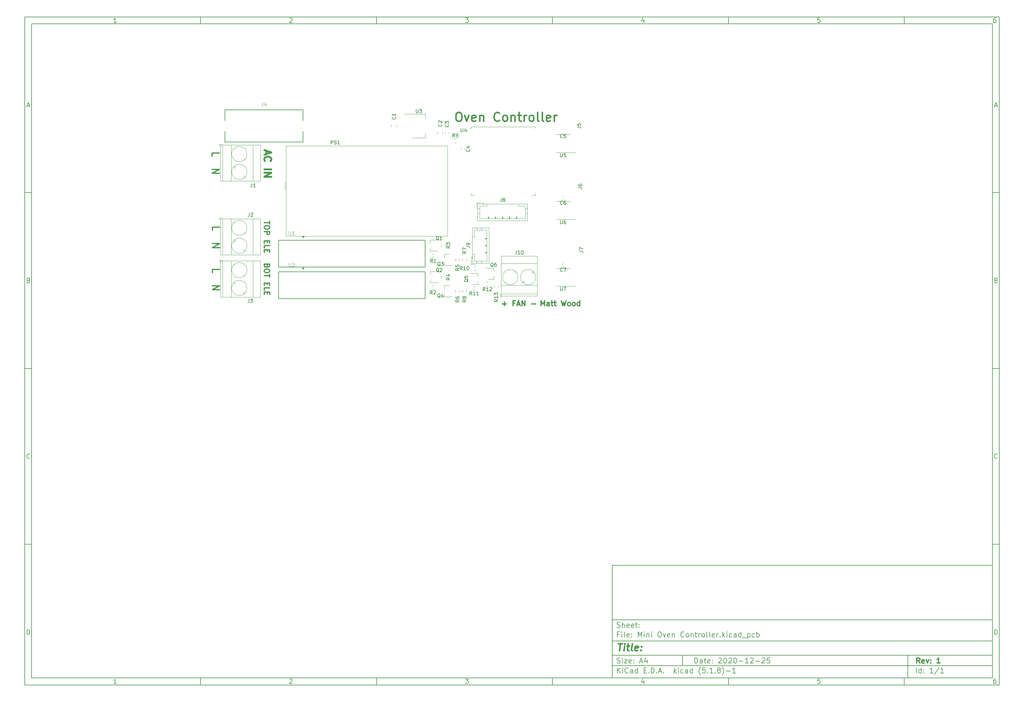
<source format=gbr>
G04 #@! TF.GenerationSoftware,KiCad,Pcbnew,(5.1.8)-1*
G04 #@! TF.CreationDate,2021-02-06T17:47:37+00:00*
G04 #@! TF.ProjectId,Mini Oven Controller,4d696e69-204f-4766-956e-20436f6e7472,1*
G04 #@! TF.SameCoordinates,Original*
G04 #@! TF.FileFunction,Legend,Top*
G04 #@! TF.FilePolarity,Positive*
%FSLAX46Y46*%
G04 Gerber Fmt 4.6, Leading zero omitted, Abs format (unit mm)*
G04 Created by KiCad (PCBNEW (5.1.8)-1) date 2021-02-06 17:47:37*
%MOMM*%
%LPD*%
G01*
G04 APERTURE LIST*
%ADD10C,0.100000*%
%ADD11C,0.150000*%
%ADD12C,0.300000*%
%ADD13C,0.400000*%
%ADD14C,0.500000*%
%ADD15C,0.200000*%
%ADD16C,0.127000*%
%ADD17C,0.120000*%
%ADD18C,0.015000*%
G04 APERTURE END LIST*
D10*
D11*
X177002200Y-166007200D02*
X177002200Y-198007200D01*
X285002200Y-198007200D01*
X285002200Y-166007200D01*
X177002200Y-166007200D01*
D10*
D11*
X10000000Y-10000000D02*
X10000000Y-200007200D01*
X287002200Y-200007200D01*
X287002200Y-10000000D01*
X10000000Y-10000000D01*
D10*
D11*
X12000000Y-12000000D02*
X12000000Y-198007200D01*
X285002200Y-198007200D01*
X285002200Y-12000000D01*
X12000000Y-12000000D01*
D10*
D11*
X60000000Y-12000000D02*
X60000000Y-10000000D01*
D10*
D11*
X110000000Y-12000000D02*
X110000000Y-10000000D01*
D10*
D11*
X160000000Y-12000000D02*
X160000000Y-10000000D01*
D10*
D11*
X210000000Y-12000000D02*
X210000000Y-10000000D01*
D10*
D11*
X260000000Y-12000000D02*
X260000000Y-10000000D01*
D10*
D11*
X36065476Y-11588095D02*
X35322619Y-11588095D01*
X35694047Y-11588095D02*
X35694047Y-10288095D01*
X35570238Y-10473809D01*
X35446428Y-10597619D01*
X35322619Y-10659523D01*
D10*
D11*
X85322619Y-10411904D02*
X85384523Y-10350000D01*
X85508333Y-10288095D01*
X85817857Y-10288095D01*
X85941666Y-10350000D01*
X86003571Y-10411904D01*
X86065476Y-10535714D01*
X86065476Y-10659523D01*
X86003571Y-10845238D01*
X85260714Y-11588095D01*
X86065476Y-11588095D01*
D10*
D11*
X135260714Y-10288095D02*
X136065476Y-10288095D01*
X135632142Y-10783333D01*
X135817857Y-10783333D01*
X135941666Y-10845238D01*
X136003571Y-10907142D01*
X136065476Y-11030952D01*
X136065476Y-11340476D01*
X136003571Y-11464285D01*
X135941666Y-11526190D01*
X135817857Y-11588095D01*
X135446428Y-11588095D01*
X135322619Y-11526190D01*
X135260714Y-11464285D01*
D10*
D11*
X185941666Y-10721428D02*
X185941666Y-11588095D01*
X185632142Y-10226190D02*
X185322619Y-11154761D01*
X186127380Y-11154761D01*
D10*
D11*
X236003571Y-10288095D02*
X235384523Y-10288095D01*
X235322619Y-10907142D01*
X235384523Y-10845238D01*
X235508333Y-10783333D01*
X235817857Y-10783333D01*
X235941666Y-10845238D01*
X236003571Y-10907142D01*
X236065476Y-11030952D01*
X236065476Y-11340476D01*
X236003571Y-11464285D01*
X235941666Y-11526190D01*
X235817857Y-11588095D01*
X235508333Y-11588095D01*
X235384523Y-11526190D01*
X235322619Y-11464285D01*
D10*
D11*
X285941666Y-10288095D02*
X285694047Y-10288095D01*
X285570238Y-10350000D01*
X285508333Y-10411904D01*
X285384523Y-10597619D01*
X285322619Y-10845238D01*
X285322619Y-11340476D01*
X285384523Y-11464285D01*
X285446428Y-11526190D01*
X285570238Y-11588095D01*
X285817857Y-11588095D01*
X285941666Y-11526190D01*
X286003571Y-11464285D01*
X286065476Y-11340476D01*
X286065476Y-11030952D01*
X286003571Y-10907142D01*
X285941666Y-10845238D01*
X285817857Y-10783333D01*
X285570238Y-10783333D01*
X285446428Y-10845238D01*
X285384523Y-10907142D01*
X285322619Y-11030952D01*
D10*
D11*
X60000000Y-198007200D02*
X60000000Y-200007200D01*
D10*
D11*
X110000000Y-198007200D02*
X110000000Y-200007200D01*
D10*
D11*
X160000000Y-198007200D02*
X160000000Y-200007200D01*
D10*
D11*
X210000000Y-198007200D02*
X210000000Y-200007200D01*
D10*
D11*
X260000000Y-198007200D02*
X260000000Y-200007200D01*
D10*
D11*
X36065476Y-199595295D02*
X35322619Y-199595295D01*
X35694047Y-199595295D02*
X35694047Y-198295295D01*
X35570238Y-198481009D01*
X35446428Y-198604819D01*
X35322619Y-198666723D01*
D10*
D11*
X85322619Y-198419104D02*
X85384523Y-198357200D01*
X85508333Y-198295295D01*
X85817857Y-198295295D01*
X85941666Y-198357200D01*
X86003571Y-198419104D01*
X86065476Y-198542914D01*
X86065476Y-198666723D01*
X86003571Y-198852438D01*
X85260714Y-199595295D01*
X86065476Y-199595295D01*
D10*
D11*
X135260714Y-198295295D02*
X136065476Y-198295295D01*
X135632142Y-198790533D01*
X135817857Y-198790533D01*
X135941666Y-198852438D01*
X136003571Y-198914342D01*
X136065476Y-199038152D01*
X136065476Y-199347676D01*
X136003571Y-199471485D01*
X135941666Y-199533390D01*
X135817857Y-199595295D01*
X135446428Y-199595295D01*
X135322619Y-199533390D01*
X135260714Y-199471485D01*
D10*
D11*
X185941666Y-198728628D02*
X185941666Y-199595295D01*
X185632142Y-198233390D02*
X185322619Y-199161961D01*
X186127380Y-199161961D01*
D10*
D11*
X236003571Y-198295295D02*
X235384523Y-198295295D01*
X235322619Y-198914342D01*
X235384523Y-198852438D01*
X235508333Y-198790533D01*
X235817857Y-198790533D01*
X235941666Y-198852438D01*
X236003571Y-198914342D01*
X236065476Y-199038152D01*
X236065476Y-199347676D01*
X236003571Y-199471485D01*
X235941666Y-199533390D01*
X235817857Y-199595295D01*
X235508333Y-199595295D01*
X235384523Y-199533390D01*
X235322619Y-199471485D01*
D10*
D11*
X285941666Y-198295295D02*
X285694047Y-198295295D01*
X285570238Y-198357200D01*
X285508333Y-198419104D01*
X285384523Y-198604819D01*
X285322619Y-198852438D01*
X285322619Y-199347676D01*
X285384523Y-199471485D01*
X285446428Y-199533390D01*
X285570238Y-199595295D01*
X285817857Y-199595295D01*
X285941666Y-199533390D01*
X286003571Y-199471485D01*
X286065476Y-199347676D01*
X286065476Y-199038152D01*
X286003571Y-198914342D01*
X285941666Y-198852438D01*
X285817857Y-198790533D01*
X285570238Y-198790533D01*
X285446428Y-198852438D01*
X285384523Y-198914342D01*
X285322619Y-199038152D01*
D10*
D11*
X10000000Y-60000000D02*
X12000000Y-60000000D01*
D10*
D11*
X10000000Y-110000000D02*
X12000000Y-110000000D01*
D10*
D11*
X10000000Y-160000000D02*
X12000000Y-160000000D01*
D10*
D11*
X10690476Y-35216666D02*
X11309523Y-35216666D01*
X10566666Y-35588095D02*
X11000000Y-34288095D01*
X11433333Y-35588095D01*
D10*
D11*
X11092857Y-84907142D02*
X11278571Y-84969047D01*
X11340476Y-85030952D01*
X11402380Y-85154761D01*
X11402380Y-85340476D01*
X11340476Y-85464285D01*
X11278571Y-85526190D01*
X11154761Y-85588095D01*
X10659523Y-85588095D01*
X10659523Y-84288095D01*
X11092857Y-84288095D01*
X11216666Y-84350000D01*
X11278571Y-84411904D01*
X11340476Y-84535714D01*
X11340476Y-84659523D01*
X11278571Y-84783333D01*
X11216666Y-84845238D01*
X11092857Y-84907142D01*
X10659523Y-84907142D01*
D10*
D11*
X11402380Y-135464285D02*
X11340476Y-135526190D01*
X11154761Y-135588095D01*
X11030952Y-135588095D01*
X10845238Y-135526190D01*
X10721428Y-135402380D01*
X10659523Y-135278571D01*
X10597619Y-135030952D01*
X10597619Y-134845238D01*
X10659523Y-134597619D01*
X10721428Y-134473809D01*
X10845238Y-134350000D01*
X11030952Y-134288095D01*
X11154761Y-134288095D01*
X11340476Y-134350000D01*
X11402380Y-134411904D01*
D10*
D11*
X10659523Y-185588095D02*
X10659523Y-184288095D01*
X10969047Y-184288095D01*
X11154761Y-184350000D01*
X11278571Y-184473809D01*
X11340476Y-184597619D01*
X11402380Y-184845238D01*
X11402380Y-185030952D01*
X11340476Y-185278571D01*
X11278571Y-185402380D01*
X11154761Y-185526190D01*
X10969047Y-185588095D01*
X10659523Y-185588095D01*
D10*
D11*
X287002200Y-60000000D02*
X285002200Y-60000000D01*
D10*
D11*
X287002200Y-110000000D02*
X285002200Y-110000000D01*
D10*
D11*
X287002200Y-160000000D02*
X285002200Y-160000000D01*
D10*
D11*
X285692676Y-35216666D02*
X286311723Y-35216666D01*
X285568866Y-35588095D02*
X286002200Y-34288095D01*
X286435533Y-35588095D01*
D10*
D11*
X286095057Y-84907142D02*
X286280771Y-84969047D01*
X286342676Y-85030952D01*
X286404580Y-85154761D01*
X286404580Y-85340476D01*
X286342676Y-85464285D01*
X286280771Y-85526190D01*
X286156961Y-85588095D01*
X285661723Y-85588095D01*
X285661723Y-84288095D01*
X286095057Y-84288095D01*
X286218866Y-84350000D01*
X286280771Y-84411904D01*
X286342676Y-84535714D01*
X286342676Y-84659523D01*
X286280771Y-84783333D01*
X286218866Y-84845238D01*
X286095057Y-84907142D01*
X285661723Y-84907142D01*
D10*
D11*
X286404580Y-135464285D02*
X286342676Y-135526190D01*
X286156961Y-135588095D01*
X286033152Y-135588095D01*
X285847438Y-135526190D01*
X285723628Y-135402380D01*
X285661723Y-135278571D01*
X285599819Y-135030952D01*
X285599819Y-134845238D01*
X285661723Y-134597619D01*
X285723628Y-134473809D01*
X285847438Y-134350000D01*
X286033152Y-134288095D01*
X286156961Y-134288095D01*
X286342676Y-134350000D01*
X286404580Y-134411904D01*
D10*
D11*
X285661723Y-185588095D02*
X285661723Y-184288095D01*
X285971247Y-184288095D01*
X286156961Y-184350000D01*
X286280771Y-184473809D01*
X286342676Y-184597619D01*
X286404580Y-184845238D01*
X286404580Y-185030952D01*
X286342676Y-185278571D01*
X286280771Y-185402380D01*
X286156961Y-185526190D01*
X285971247Y-185588095D01*
X285661723Y-185588095D01*
D10*
D11*
X200434342Y-193785771D02*
X200434342Y-192285771D01*
X200791485Y-192285771D01*
X201005771Y-192357200D01*
X201148628Y-192500057D01*
X201220057Y-192642914D01*
X201291485Y-192928628D01*
X201291485Y-193142914D01*
X201220057Y-193428628D01*
X201148628Y-193571485D01*
X201005771Y-193714342D01*
X200791485Y-193785771D01*
X200434342Y-193785771D01*
X202577200Y-193785771D02*
X202577200Y-193000057D01*
X202505771Y-192857200D01*
X202362914Y-192785771D01*
X202077200Y-192785771D01*
X201934342Y-192857200D01*
X202577200Y-193714342D02*
X202434342Y-193785771D01*
X202077200Y-193785771D01*
X201934342Y-193714342D01*
X201862914Y-193571485D01*
X201862914Y-193428628D01*
X201934342Y-193285771D01*
X202077200Y-193214342D01*
X202434342Y-193214342D01*
X202577200Y-193142914D01*
X203077200Y-192785771D02*
X203648628Y-192785771D01*
X203291485Y-192285771D02*
X203291485Y-193571485D01*
X203362914Y-193714342D01*
X203505771Y-193785771D01*
X203648628Y-193785771D01*
X204720057Y-193714342D02*
X204577200Y-193785771D01*
X204291485Y-193785771D01*
X204148628Y-193714342D01*
X204077200Y-193571485D01*
X204077200Y-193000057D01*
X204148628Y-192857200D01*
X204291485Y-192785771D01*
X204577200Y-192785771D01*
X204720057Y-192857200D01*
X204791485Y-193000057D01*
X204791485Y-193142914D01*
X204077200Y-193285771D01*
X205434342Y-193642914D02*
X205505771Y-193714342D01*
X205434342Y-193785771D01*
X205362914Y-193714342D01*
X205434342Y-193642914D01*
X205434342Y-193785771D01*
X205434342Y-192857200D02*
X205505771Y-192928628D01*
X205434342Y-193000057D01*
X205362914Y-192928628D01*
X205434342Y-192857200D01*
X205434342Y-193000057D01*
X207220057Y-192428628D02*
X207291485Y-192357200D01*
X207434342Y-192285771D01*
X207791485Y-192285771D01*
X207934342Y-192357200D01*
X208005771Y-192428628D01*
X208077200Y-192571485D01*
X208077200Y-192714342D01*
X208005771Y-192928628D01*
X207148628Y-193785771D01*
X208077200Y-193785771D01*
X209005771Y-192285771D02*
X209148628Y-192285771D01*
X209291485Y-192357200D01*
X209362914Y-192428628D01*
X209434342Y-192571485D01*
X209505771Y-192857200D01*
X209505771Y-193214342D01*
X209434342Y-193500057D01*
X209362914Y-193642914D01*
X209291485Y-193714342D01*
X209148628Y-193785771D01*
X209005771Y-193785771D01*
X208862914Y-193714342D01*
X208791485Y-193642914D01*
X208720057Y-193500057D01*
X208648628Y-193214342D01*
X208648628Y-192857200D01*
X208720057Y-192571485D01*
X208791485Y-192428628D01*
X208862914Y-192357200D01*
X209005771Y-192285771D01*
X210077200Y-192428628D02*
X210148628Y-192357200D01*
X210291485Y-192285771D01*
X210648628Y-192285771D01*
X210791485Y-192357200D01*
X210862914Y-192428628D01*
X210934342Y-192571485D01*
X210934342Y-192714342D01*
X210862914Y-192928628D01*
X210005771Y-193785771D01*
X210934342Y-193785771D01*
X211862914Y-192285771D02*
X212005771Y-192285771D01*
X212148628Y-192357200D01*
X212220057Y-192428628D01*
X212291485Y-192571485D01*
X212362914Y-192857200D01*
X212362914Y-193214342D01*
X212291485Y-193500057D01*
X212220057Y-193642914D01*
X212148628Y-193714342D01*
X212005771Y-193785771D01*
X211862914Y-193785771D01*
X211720057Y-193714342D01*
X211648628Y-193642914D01*
X211577200Y-193500057D01*
X211505771Y-193214342D01*
X211505771Y-192857200D01*
X211577200Y-192571485D01*
X211648628Y-192428628D01*
X211720057Y-192357200D01*
X211862914Y-192285771D01*
X213005771Y-193214342D02*
X214148628Y-193214342D01*
X215648628Y-193785771D02*
X214791485Y-193785771D01*
X215220057Y-193785771D02*
X215220057Y-192285771D01*
X215077200Y-192500057D01*
X214934342Y-192642914D01*
X214791485Y-192714342D01*
X216220057Y-192428628D02*
X216291485Y-192357200D01*
X216434342Y-192285771D01*
X216791485Y-192285771D01*
X216934342Y-192357200D01*
X217005771Y-192428628D01*
X217077200Y-192571485D01*
X217077200Y-192714342D01*
X217005771Y-192928628D01*
X216148628Y-193785771D01*
X217077200Y-193785771D01*
X217720057Y-193214342D02*
X218862914Y-193214342D01*
X219505771Y-192428628D02*
X219577200Y-192357200D01*
X219720057Y-192285771D01*
X220077200Y-192285771D01*
X220220057Y-192357200D01*
X220291485Y-192428628D01*
X220362914Y-192571485D01*
X220362914Y-192714342D01*
X220291485Y-192928628D01*
X219434342Y-193785771D01*
X220362914Y-193785771D01*
X221720057Y-192285771D02*
X221005771Y-192285771D01*
X220934342Y-193000057D01*
X221005771Y-192928628D01*
X221148628Y-192857200D01*
X221505771Y-192857200D01*
X221648628Y-192928628D01*
X221720057Y-193000057D01*
X221791485Y-193142914D01*
X221791485Y-193500057D01*
X221720057Y-193642914D01*
X221648628Y-193714342D01*
X221505771Y-193785771D01*
X221148628Y-193785771D01*
X221005771Y-193714342D01*
X220934342Y-193642914D01*
D10*
D11*
X177002200Y-194507200D02*
X285002200Y-194507200D01*
D10*
D11*
X178434342Y-196585771D02*
X178434342Y-195085771D01*
X179291485Y-196585771D02*
X178648628Y-195728628D01*
X179291485Y-195085771D02*
X178434342Y-195942914D01*
X179934342Y-196585771D02*
X179934342Y-195585771D01*
X179934342Y-195085771D02*
X179862914Y-195157200D01*
X179934342Y-195228628D01*
X180005771Y-195157200D01*
X179934342Y-195085771D01*
X179934342Y-195228628D01*
X181505771Y-196442914D02*
X181434342Y-196514342D01*
X181220057Y-196585771D01*
X181077200Y-196585771D01*
X180862914Y-196514342D01*
X180720057Y-196371485D01*
X180648628Y-196228628D01*
X180577200Y-195942914D01*
X180577200Y-195728628D01*
X180648628Y-195442914D01*
X180720057Y-195300057D01*
X180862914Y-195157200D01*
X181077200Y-195085771D01*
X181220057Y-195085771D01*
X181434342Y-195157200D01*
X181505771Y-195228628D01*
X182791485Y-196585771D02*
X182791485Y-195800057D01*
X182720057Y-195657200D01*
X182577200Y-195585771D01*
X182291485Y-195585771D01*
X182148628Y-195657200D01*
X182791485Y-196514342D02*
X182648628Y-196585771D01*
X182291485Y-196585771D01*
X182148628Y-196514342D01*
X182077200Y-196371485D01*
X182077200Y-196228628D01*
X182148628Y-196085771D01*
X182291485Y-196014342D01*
X182648628Y-196014342D01*
X182791485Y-195942914D01*
X184148628Y-196585771D02*
X184148628Y-195085771D01*
X184148628Y-196514342D02*
X184005771Y-196585771D01*
X183720057Y-196585771D01*
X183577200Y-196514342D01*
X183505771Y-196442914D01*
X183434342Y-196300057D01*
X183434342Y-195871485D01*
X183505771Y-195728628D01*
X183577200Y-195657200D01*
X183720057Y-195585771D01*
X184005771Y-195585771D01*
X184148628Y-195657200D01*
X186005771Y-195800057D02*
X186505771Y-195800057D01*
X186720057Y-196585771D02*
X186005771Y-196585771D01*
X186005771Y-195085771D01*
X186720057Y-195085771D01*
X187362914Y-196442914D02*
X187434342Y-196514342D01*
X187362914Y-196585771D01*
X187291485Y-196514342D01*
X187362914Y-196442914D01*
X187362914Y-196585771D01*
X188077200Y-196585771D02*
X188077200Y-195085771D01*
X188434342Y-195085771D01*
X188648628Y-195157200D01*
X188791485Y-195300057D01*
X188862914Y-195442914D01*
X188934342Y-195728628D01*
X188934342Y-195942914D01*
X188862914Y-196228628D01*
X188791485Y-196371485D01*
X188648628Y-196514342D01*
X188434342Y-196585771D01*
X188077200Y-196585771D01*
X189577200Y-196442914D02*
X189648628Y-196514342D01*
X189577200Y-196585771D01*
X189505771Y-196514342D01*
X189577200Y-196442914D01*
X189577200Y-196585771D01*
X190220057Y-196157200D02*
X190934342Y-196157200D01*
X190077200Y-196585771D02*
X190577200Y-195085771D01*
X191077200Y-196585771D01*
X191577200Y-196442914D02*
X191648628Y-196514342D01*
X191577200Y-196585771D01*
X191505771Y-196514342D01*
X191577200Y-196442914D01*
X191577200Y-196585771D01*
X194577200Y-196585771D02*
X194577200Y-195085771D01*
X194720057Y-196014342D02*
X195148628Y-196585771D01*
X195148628Y-195585771D02*
X194577200Y-196157200D01*
X195791485Y-196585771D02*
X195791485Y-195585771D01*
X195791485Y-195085771D02*
X195720057Y-195157200D01*
X195791485Y-195228628D01*
X195862914Y-195157200D01*
X195791485Y-195085771D01*
X195791485Y-195228628D01*
X197148628Y-196514342D02*
X197005771Y-196585771D01*
X196720057Y-196585771D01*
X196577200Y-196514342D01*
X196505771Y-196442914D01*
X196434342Y-196300057D01*
X196434342Y-195871485D01*
X196505771Y-195728628D01*
X196577200Y-195657200D01*
X196720057Y-195585771D01*
X197005771Y-195585771D01*
X197148628Y-195657200D01*
X198434342Y-196585771D02*
X198434342Y-195800057D01*
X198362914Y-195657200D01*
X198220057Y-195585771D01*
X197934342Y-195585771D01*
X197791485Y-195657200D01*
X198434342Y-196514342D02*
X198291485Y-196585771D01*
X197934342Y-196585771D01*
X197791485Y-196514342D01*
X197720057Y-196371485D01*
X197720057Y-196228628D01*
X197791485Y-196085771D01*
X197934342Y-196014342D01*
X198291485Y-196014342D01*
X198434342Y-195942914D01*
X199791485Y-196585771D02*
X199791485Y-195085771D01*
X199791485Y-196514342D02*
X199648628Y-196585771D01*
X199362914Y-196585771D01*
X199220057Y-196514342D01*
X199148628Y-196442914D01*
X199077200Y-196300057D01*
X199077200Y-195871485D01*
X199148628Y-195728628D01*
X199220057Y-195657200D01*
X199362914Y-195585771D01*
X199648628Y-195585771D01*
X199791485Y-195657200D01*
X202077200Y-197157200D02*
X202005771Y-197085771D01*
X201862914Y-196871485D01*
X201791485Y-196728628D01*
X201720057Y-196514342D01*
X201648628Y-196157200D01*
X201648628Y-195871485D01*
X201720057Y-195514342D01*
X201791485Y-195300057D01*
X201862914Y-195157200D01*
X202005771Y-194942914D01*
X202077200Y-194871485D01*
X203362914Y-195085771D02*
X202648628Y-195085771D01*
X202577200Y-195800057D01*
X202648628Y-195728628D01*
X202791485Y-195657200D01*
X203148628Y-195657200D01*
X203291485Y-195728628D01*
X203362914Y-195800057D01*
X203434342Y-195942914D01*
X203434342Y-196300057D01*
X203362914Y-196442914D01*
X203291485Y-196514342D01*
X203148628Y-196585771D01*
X202791485Y-196585771D01*
X202648628Y-196514342D01*
X202577200Y-196442914D01*
X204077200Y-196442914D02*
X204148628Y-196514342D01*
X204077200Y-196585771D01*
X204005771Y-196514342D01*
X204077200Y-196442914D01*
X204077200Y-196585771D01*
X205577200Y-196585771D02*
X204720057Y-196585771D01*
X205148628Y-196585771D02*
X205148628Y-195085771D01*
X205005771Y-195300057D01*
X204862914Y-195442914D01*
X204720057Y-195514342D01*
X206220057Y-196442914D02*
X206291485Y-196514342D01*
X206220057Y-196585771D01*
X206148628Y-196514342D01*
X206220057Y-196442914D01*
X206220057Y-196585771D01*
X207148628Y-195728628D02*
X207005771Y-195657200D01*
X206934342Y-195585771D01*
X206862914Y-195442914D01*
X206862914Y-195371485D01*
X206934342Y-195228628D01*
X207005771Y-195157200D01*
X207148628Y-195085771D01*
X207434342Y-195085771D01*
X207577200Y-195157200D01*
X207648628Y-195228628D01*
X207720057Y-195371485D01*
X207720057Y-195442914D01*
X207648628Y-195585771D01*
X207577200Y-195657200D01*
X207434342Y-195728628D01*
X207148628Y-195728628D01*
X207005771Y-195800057D01*
X206934342Y-195871485D01*
X206862914Y-196014342D01*
X206862914Y-196300057D01*
X206934342Y-196442914D01*
X207005771Y-196514342D01*
X207148628Y-196585771D01*
X207434342Y-196585771D01*
X207577200Y-196514342D01*
X207648628Y-196442914D01*
X207720057Y-196300057D01*
X207720057Y-196014342D01*
X207648628Y-195871485D01*
X207577200Y-195800057D01*
X207434342Y-195728628D01*
X208220057Y-197157200D02*
X208291485Y-197085771D01*
X208434342Y-196871485D01*
X208505771Y-196728628D01*
X208577200Y-196514342D01*
X208648628Y-196157200D01*
X208648628Y-195871485D01*
X208577200Y-195514342D01*
X208505771Y-195300057D01*
X208434342Y-195157200D01*
X208291485Y-194942914D01*
X208220057Y-194871485D01*
X209362914Y-196014342D02*
X210505771Y-196014342D01*
X212005771Y-196585771D02*
X211148628Y-196585771D01*
X211577200Y-196585771D02*
X211577200Y-195085771D01*
X211434342Y-195300057D01*
X211291485Y-195442914D01*
X211148628Y-195514342D01*
D10*
D11*
X177002200Y-191507200D02*
X285002200Y-191507200D01*
D10*
D12*
X264411485Y-193785771D02*
X263911485Y-193071485D01*
X263554342Y-193785771D02*
X263554342Y-192285771D01*
X264125771Y-192285771D01*
X264268628Y-192357200D01*
X264340057Y-192428628D01*
X264411485Y-192571485D01*
X264411485Y-192785771D01*
X264340057Y-192928628D01*
X264268628Y-193000057D01*
X264125771Y-193071485D01*
X263554342Y-193071485D01*
X265625771Y-193714342D02*
X265482914Y-193785771D01*
X265197200Y-193785771D01*
X265054342Y-193714342D01*
X264982914Y-193571485D01*
X264982914Y-193000057D01*
X265054342Y-192857200D01*
X265197200Y-192785771D01*
X265482914Y-192785771D01*
X265625771Y-192857200D01*
X265697200Y-193000057D01*
X265697200Y-193142914D01*
X264982914Y-193285771D01*
X266197200Y-192785771D02*
X266554342Y-193785771D01*
X266911485Y-192785771D01*
X267482914Y-193642914D02*
X267554342Y-193714342D01*
X267482914Y-193785771D01*
X267411485Y-193714342D01*
X267482914Y-193642914D01*
X267482914Y-193785771D01*
X267482914Y-192857200D02*
X267554342Y-192928628D01*
X267482914Y-193000057D01*
X267411485Y-192928628D01*
X267482914Y-192857200D01*
X267482914Y-193000057D01*
X270125771Y-193785771D02*
X269268628Y-193785771D01*
X269697200Y-193785771D02*
X269697200Y-192285771D01*
X269554342Y-192500057D01*
X269411485Y-192642914D01*
X269268628Y-192714342D01*
D10*
D11*
X178362914Y-193714342D02*
X178577200Y-193785771D01*
X178934342Y-193785771D01*
X179077200Y-193714342D01*
X179148628Y-193642914D01*
X179220057Y-193500057D01*
X179220057Y-193357200D01*
X179148628Y-193214342D01*
X179077200Y-193142914D01*
X178934342Y-193071485D01*
X178648628Y-193000057D01*
X178505771Y-192928628D01*
X178434342Y-192857200D01*
X178362914Y-192714342D01*
X178362914Y-192571485D01*
X178434342Y-192428628D01*
X178505771Y-192357200D01*
X178648628Y-192285771D01*
X179005771Y-192285771D01*
X179220057Y-192357200D01*
X179862914Y-193785771D02*
X179862914Y-192785771D01*
X179862914Y-192285771D02*
X179791485Y-192357200D01*
X179862914Y-192428628D01*
X179934342Y-192357200D01*
X179862914Y-192285771D01*
X179862914Y-192428628D01*
X180434342Y-192785771D02*
X181220057Y-192785771D01*
X180434342Y-193785771D01*
X181220057Y-193785771D01*
X182362914Y-193714342D02*
X182220057Y-193785771D01*
X181934342Y-193785771D01*
X181791485Y-193714342D01*
X181720057Y-193571485D01*
X181720057Y-193000057D01*
X181791485Y-192857200D01*
X181934342Y-192785771D01*
X182220057Y-192785771D01*
X182362914Y-192857200D01*
X182434342Y-193000057D01*
X182434342Y-193142914D01*
X181720057Y-193285771D01*
X183077200Y-193642914D02*
X183148628Y-193714342D01*
X183077200Y-193785771D01*
X183005771Y-193714342D01*
X183077200Y-193642914D01*
X183077200Y-193785771D01*
X183077200Y-192857200D02*
X183148628Y-192928628D01*
X183077200Y-193000057D01*
X183005771Y-192928628D01*
X183077200Y-192857200D01*
X183077200Y-193000057D01*
X184862914Y-193357200D02*
X185577200Y-193357200D01*
X184720057Y-193785771D02*
X185220057Y-192285771D01*
X185720057Y-193785771D01*
X186862914Y-192785771D02*
X186862914Y-193785771D01*
X186505771Y-192214342D02*
X186148628Y-193285771D01*
X187077200Y-193285771D01*
D10*
D11*
X263434342Y-196585771D02*
X263434342Y-195085771D01*
X264791485Y-196585771D02*
X264791485Y-195085771D01*
X264791485Y-196514342D02*
X264648628Y-196585771D01*
X264362914Y-196585771D01*
X264220057Y-196514342D01*
X264148628Y-196442914D01*
X264077200Y-196300057D01*
X264077200Y-195871485D01*
X264148628Y-195728628D01*
X264220057Y-195657200D01*
X264362914Y-195585771D01*
X264648628Y-195585771D01*
X264791485Y-195657200D01*
X265505771Y-196442914D02*
X265577200Y-196514342D01*
X265505771Y-196585771D01*
X265434342Y-196514342D01*
X265505771Y-196442914D01*
X265505771Y-196585771D01*
X265505771Y-195657200D02*
X265577200Y-195728628D01*
X265505771Y-195800057D01*
X265434342Y-195728628D01*
X265505771Y-195657200D01*
X265505771Y-195800057D01*
X268148628Y-196585771D02*
X267291485Y-196585771D01*
X267720057Y-196585771D02*
X267720057Y-195085771D01*
X267577200Y-195300057D01*
X267434342Y-195442914D01*
X267291485Y-195514342D01*
X269862914Y-195014342D02*
X268577200Y-196942914D01*
X271148628Y-196585771D02*
X270291485Y-196585771D01*
X270720057Y-196585771D02*
X270720057Y-195085771D01*
X270577200Y-195300057D01*
X270434342Y-195442914D01*
X270291485Y-195514342D01*
D10*
D11*
X177002200Y-187507200D02*
X285002200Y-187507200D01*
D10*
D13*
X178714580Y-188211961D02*
X179857438Y-188211961D01*
X179036009Y-190211961D02*
X179286009Y-188211961D01*
X180274104Y-190211961D02*
X180440771Y-188878628D01*
X180524104Y-188211961D02*
X180416961Y-188307200D01*
X180500295Y-188402438D01*
X180607438Y-188307200D01*
X180524104Y-188211961D01*
X180500295Y-188402438D01*
X181107438Y-188878628D02*
X181869342Y-188878628D01*
X181476485Y-188211961D02*
X181262200Y-189926247D01*
X181333628Y-190116723D01*
X181512200Y-190211961D01*
X181702676Y-190211961D01*
X182655057Y-190211961D02*
X182476485Y-190116723D01*
X182405057Y-189926247D01*
X182619342Y-188211961D01*
X184190771Y-190116723D02*
X183988390Y-190211961D01*
X183607438Y-190211961D01*
X183428866Y-190116723D01*
X183357438Y-189926247D01*
X183452676Y-189164342D01*
X183571723Y-188973866D01*
X183774104Y-188878628D01*
X184155057Y-188878628D01*
X184333628Y-188973866D01*
X184405057Y-189164342D01*
X184381247Y-189354819D01*
X183405057Y-189545295D01*
X185155057Y-190021485D02*
X185238390Y-190116723D01*
X185131247Y-190211961D01*
X185047914Y-190116723D01*
X185155057Y-190021485D01*
X185131247Y-190211961D01*
X185286009Y-188973866D02*
X185369342Y-189069104D01*
X185262200Y-189164342D01*
X185178866Y-189069104D01*
X185286009Y-188973866D01*
X185262200Y-189164342D01*
D10*
D11*
X178934342Y-185600057D02*
X178434342Y-185600057D01*
X178434342Y-186385771D02*
X178434342Y-184885771D01*
X179148628Y-184885771D01*
X179720057Y-186385771D02*
X179720057Y-185385771D01*
X179720057Y-184885771D02*
X179648628Y-184957200D01*
X179720057Y-185028628D01*
X179791485Y-184957200D01*
X179720057Y-184885771D01*
X179720057Y-185028628D01*
X180648628Y-186385771D02*
X180505771Y-186314342D01*
X180434342Y-186171485D01*
X180434342Y-184885771D01*
X181791485Y-186314342D02*
X181648628Y-186385771D01*
X181362914Y-186385771D01*
X181220057Y-186314342D01*
X181148628Y-186171485D01*
X181148628Y-185600057D01*
X181220057Y-185457200D01*
X181362914Y-185385771D01*
X181648628Y-185385771D01*
X181791485Y-185457200D01*
X181862914Y-185600057D01*
X181862914Y-185742914D01*
X181148628Y-185885771D01*
X182505771Y-186242914D02*
X182577200Y-186314342D01*
X182505771Y-186385771D01*
X182434342Y-186314342D01*
X182505771Y-186242914D01*
X182505771Y-186385771D01*
X182505771Y-185457200D02*
X182577200Y-185528628D01*
X182505771Y-185600057D01*
X182434342Y-185528628D01*
X182505771Y-185457200D01*
X182505771Y-185600057D01*
X184362914Y-186385771D02*
X184362914Y-184885771D01*
X184862914Y-185957200D01*
X185362914Y-184885771D01*
X185362914Y-186385771D01*
X186077200Y-186385771D02*
X186077200Y-185385771D01*
X186077200Y-184885771D02*
X186005771Y-184957200D01*
X186077200Y-185028628D01*
X186148628Y-184957200D01*
X186077200Y-184885771D01*
X186077200Y-185028628D01*
X186791485Y-185385771D02*
X186791485Y-186385771D01*
X186791485Y-185528628D02*
X186862914Y-185457200D01*
X187005771Y-185385771D01*
X187220057Y-185385771D01*
X187362914Y-185457200D01*
X187434342Y-185600057D01*
X187434342Y-186385771D01*
X188148628Y-186385771D02*
X188148628Y-185385771D01*
X188148628Y-184885771D02*
X188077200Y-184957200D01*
X188148628Y-185028628D01*
X188220057Y-184957200D01*
X188148628Y-184885771D01*
X188148628Y-185028628D01*
X190291485Y-184885771D02*
X190577200Y-184885771D01*
X190720057Y-184957200D01*
X190862914Y-185100057D01*
X190934342Y-185385771D01*
X190934342Y-185885771D01*
X190862914Y-186171485D01*
X190720057Y-186314342D01*
X190577200Y-186385771D01*
X190291485Y-186385771D01*
X190148628Y-186314342D01*
X190005771Y-186171485D01*
X189934342Y-185885771D01*
X189934342Y-185385771D01*
X190005771Y-185100057D01*
X190148628Y-184957200D01*
X190291485Y-184885771D01*
X191434342Y-185385771D02*
X191791485Y-186385771D01*
X192148628Y-185385771D01*
X193291485Y-186314342D02*
X193148628Y-186385771D01*
X192862914Y-186385771D01*
X192720057Y-186314342D01*
X192648628Y-186171485D01*
X192648628Y-185600057D01*
X192720057Y-185457200D01*
X192862914Y-185385771D01*
X193148628Y-185385771D01*
X193291485Y-185457200D01*
X193362914Y-185600057D01*
X193362914Y-185742914D01*
X192648628Y-185885771D01*
X194005771Y-185385771D02*
X194005771Y-186385771D01*
X194005771Y-185528628D02*
X194077200Y-185457200D01*
X194220057Y-185385771D01*
X194434342Y-185385771D01*
X194577200Y-185457200D01*
X194648628Y-185600057D01*
X194648628Y-186385771D01*
X197362914Y-186242914D02*
X197291485Y-186314342D01*
X197077200Y-186385771D01*
X196934342Y-186385771D01*
X196720057Y-186314342D01*
X196577200Y-186171485D01*
X196505771Y-186028628D01*
X196434342Y-185742914D01*
X196434342Y-185528628D01*
X196505771Y-185242914D01*
X196577200Y-185100057D01*
X196720057Y-184957200D01*
X196934342Y-184885771D01*
X197077200Y-184885771D01*
X197291485Y-184957200D01*
X197362914Y-185028628D01*
X198220057Y-186385771D02*
X198077200Y-186314342D01*
X198005771Y-186242914D01*
X197934342Y-186100057D01*
X197934342Y-185671485D01*
X198005771Y-185528628D01*
X198077200Y-185457200D01*
X198220057Y-185385771D01*
X198434342Y-185385771D01*
X198577200Y-185457200D01*
X198648628Y-185528628D01*
X198720057Y-185671485D01*
X198720057Y-186100057D01*
X198648628Y-186242914D01*
X198577200Y-186314342D01*
X198434342Y-186385771D01*
X198220057Y-186385771D01*
X199362914Y-185385771D02*
X199362914Y-186385771D01*
X199362914Y-185528628D02*
X199434342Y-185457200D01*
X199577200Y-185385771D01*
X199791485Y-185385771D01*
X199934342Y-185457200D01*
X200005771Y-185600057D01*
X200005771Y-186385771D01*
X200505771Y-185385771D02*
X201077200Y-185385771D01*
X200720057Y-184885771D02*
X200720057Y-186171485D01*
X200791485Y-186314342D01*
X200934342Y-186385771D01*
X201077200Y-186385771D01*
X201577200Y-186385771D02*
X201577200Y-185385771D01*
X201577200Y-185671485D02*
X201648628Y-185528628D01*
X201720057Y-185457200D01*
X201862914Y-185385771D01*
X202005771Y-185385771D01*
X202720057Y-186385771D02*
X202577200Y-186314342D01*
X202505771Y-186242914D01*
X202434342Y-186100057D01*
X202434342Y-185671485D01*
X202505771Y-185528628D01*
X202577200Y-185457200D01*
X202720057Y-185385771D01*
X202934342Y-185385771D01*
X203077200Y-185457200D01*
X203148628Y-185528628D01*
X203220057Y-185671485D01*
X203220057Y-186100057D01*
X203148628Y-186242914D01*
X203077200Y-186314342D01*
X202934342Y-186385771D01*
X202720057Y-186385771D01*
X204077200Y-186385771D02*
X203934342Y-186314342D01*
X203862914Y-186171485D01*
X203862914Y-184885771D01*
X204862914Y-186385771D02*
X204720057Y-186314342D01*
X204648628Y-186171485D01*
X204648628Y-184885771D01*
X206005771Y-186314342D02*
X205862914Y-186385771D01*
X205577200Y-186385771D01*
X205434342Y-186314342D01*
X205362914Y-186171485D01*
X205362914Y-185600057D01*
X205434342Y-185457200D01*
X205577200Y-185385771D01*
X205862914Y-185385771D01*
X206005771Y-185457200D01*
X206077200Y-185600057D01*
X206077200Y-185742914D01*
X205362914Y-185885771D01*
X206720057Y-186385771D02*
X206720057Y-185385771D01*
X206720057Y-185671485D02*
X206791485Y-185528628D01*
X206862914Y-185457200D01*
X207005771Y-185385771D01*
X207148628Y-185385771D01*
X207648628Y-186242914D02*
X207720057Y-186314342D01*
X207648628Y-186385771D01*
X207577200Y-186314342D01*
X207648628Y-186242914D01*
X207648628Y-186385771D01*
X208362914Y-186385771D02*
X208362914Y-184885771D01*
X208505771Y-185814342D02*
X208934342Y-186385771D01*
X208934342Y-185385771D02*
X208362914Y-185957200D01*
X209577200Y-186385771D02*
X209577200Y-185385771D01*
X209577200Y-184885771D02*
X209505771Y-184957200D01*
X209577200Y-185028628D01*
X209648628Y-184957200D01*
X209577200Y-184885771D01*
X209577200Y-185028628D01*
X210934342Y-186314342D02*
X210791485Y-186385771D01*
X210505771Y-186385771D01*
X210362914Y-186314342D01*
X210291485Y-186242914D01*
X210220057Y-186100057D01*
X210220057Y-185671485D01*
X210291485Y-185528628D01*
X210362914Y-185457200D01*
X210505771Y-185385771D01*
X210791485Y-185385771D01*
X210934342Y-185457200D01*
X212220057Y-186385771D02*
X212220057Y-185600057D01*
X212148628Y-185457200D01*
X212005771Y-185385771D01*
X211720057Y-185385771D01*
X211577200Y-185457200D01*
X212220057Y-186314342D02*
X212077200Y-186385771D01*
X211720057Y-186385771D01*
X211577200Y-186314342D01*
X211505771Y-186171485D01*
X211505771Y-186028628D01*
X211577200Y-185885771D01*
X211720057Y-185814342D01*
X212077200Y-185814342D01*
X212220057Y-185742914D01*
X213577200Y-186385771D02*
X213577200Y-184885771D01*
X213577200Y-186314342D02*
X213434342Y-186385771D01*
X213148628Y-186385771D01*
X213005771Y-186314342D01*
X212934342Y-186242914D01*
X212862914Y-186100057D01*
X212862914Y-185671485D01*
X212934342Y-185528628D01*
X213005771Y-185457200D01*
X213148628Y-185385771D01*
X213434342Y-185385771D01*
X213577200Y-185457200D01*
X213934342Y-186528628D02*
X215077200Y-186528628D01*
X215434342Y-185385771D02*
X215434342Y-186885771D01*
X215434342Y-185457200D02*
X215577200Y-185385771D01*
X215862914Y-185385771D01*
X216005771Y-185457200D01*
X216077200Y-185528628D01*
X216148628Y-185671485D01*
X216148628Y-186100057D01*
X216077200Y-186242914D01*
X216005771Y-186314342D01*
X215862914Y-186385771D01*
X215577200Y-186385771D01*
X215434342Y-186314342D01*
X217434342Y-186314342D02*
X217291485Y-186385771D01*
X217005771Y-186385771D01*
X216862914Y-186314342D01*
X216791485Y-186242914D01*
X216720057Y-186100057D01*
X216720057Y-185671485D01*
X216791485Y-185528628D01*
X216862914Y-185457200D01*
X217005771Y-185385771D01*
X217291485Y-185385771D01*
X217434342Y-185457200D01*
X218077200Y-186385771D02*
X218077200Y-184885771D01*
X218077200Y-185457200D02*
X218220057Y-185385771D01*
X218505771Y-185385771D01*
X218648628Y-185457200D01*
X218720057Y-185528628D01*
X218791485Y-185671485D01*
X218791485Y-186100057D01*
X218720057Y-186242914D01*
X218648628Y-186314342D01*
X218505771Y-186385771D01*
X218220057Y-186385771D01*
X218077200Y-186314342D01*
D10*
D11*
X177002200Y-181507200D02*
X285002200Y-181507200D01*
D10*
D11*
X178362914Y-183614342D02*
X178577200Y-183685771D01*
X178934342Y-183685771D01*
X179077200Y-183614342D01*
X179148628Y-183542914D01*
X179220057Y-183400057D01*
X179220057Y-183257200D01*
X179148628Y-183114342D01*
X179077200Y-183042914D01*
X178934342Y-182971485D01*
X178648628Y-182900057D01*
X178505771Y-182828628D01*
X178434342Y-182757200D01*
X178362914Y-182614342D01*
X178362914Y-182471485D01*
X178434342Y-182328628D01*
X178505771Y-182257200D01*
X178648628Y-182185771D01*
X179005771Y-182185771D01*
X179220057Y-182257200D01*
X179862914Y-183685771D02*
X179862914Y-182185771D01*
X180505771Y-183685771D02*
X180505771Y-182900057D01*
X180434342Y-182757200D01*
X180291485Y-182685771D01*
X180077200Y-182685771D01*
X179934342Y-182757200D01*
X179862914Y-182828628D01*
X181791485Y-183614342D02*
X181648628Y-183685771D01*
X181362914Y-183685771D01*
X181220057Y-183614342D01*
X181148628Y-183471485D01*
X181148628Y-182900057D01*
X181220057Y-182757200D01*
X181362914Y-182685771D01*
X181648628Y-182685771D01*
X181791485Y-182757200D01*
X181862914Y-182900057D01*
X181862914Y-183042914D01*
X181148628Y-183185771D01*
X183077200Y-183614342D02*
X182934342Y-183685771D01*
X182648628Y-183685771D01*
X182505771Y-183614342D01*
X182434342Y-183471485D01*
X182434342Y-182900057D01*
X182505771Y-182757200D01*
X182648628Y-182685771D01*
X182934342Y-182685771D01*
X183077200Y-182757200D01*
X183148628Y-182900057D01*
X183148628Y-183042914D01*
X182434342Y-183185771D01*
X183577200Y-182685771D02*
X184148628Y-182685771D01*
X183791485Y-182185771D02*
X183791485Y-183471485D01*
X183862914Y-183614342D01*
X184005771Y-183685771D01*
X184148628Y-183685771D01*
X184648628Y-183542914D02*
X184720057Y-183614342D01*
X184648628Y-183685771D01*
X184577200Y-183614342D01*
X184648628Y-183542914D01*
X184648628Y-183685771D01*
X184648628Y-182757200D02*
X184720057Y-182828628D01*
X184648628Y-182900057D01*
X184577200Y-182828628D01*
X184648628Y-182757200D01*
X184648628Y-182900057D01*
D10*
D11*
X197002200Y-191507200D02*
X197002200Y-194507200D01*
D10*
D11*
X261002200Y-191507200D02*
X261002200Y-198007200D01*
D13*
X133119047Y-37130952D02*
X133595238Y-37130952D01*
X133833333Y-37250000D01*
X134071428Y-37488095D01*
X134190476Y-37964285D01*
X134190476Y-38797619D01*
X134071428Y-39273809D01*
X133833333Y-39511904D01*
X133595238Y-39630952D01*
X133119047Y-39630952D01*
X132880952Y-39511904D01*
X132642857Y-39273809D01*
X132523809Y-38797619D01*
X132523809Y-37964285D01*
X132642857Y-37488095D01*
X132880952Y-37250000D01*
X133119047Y-37130952D01*
X135023809Y-37964285D02*
X135619047Y-39630952D01*
X136214285Y-37964285D01*
X138119047Y-39511904D02*
X137880952Y-39630952D01*
X137404761Y-39630952D01*
X137166666Y-39511904D01*
X137047619Y-39273809D01*
X137047619Y-38321428D01*
X137166666Y-38083333D01*
X137404761Y-37964285D01*
X137880952Y-37964285D01*
X138119047Y-38083333D01*
X138238095Y-38321428D01*
X138238095Y-38559523D01*
X137047619Y-38797619D01*
X139309523Y-37964285D02*
X139309523Y-39630952D01*
X139309523Y-38202380D02*
X139428571Y-38083333D01*
X139666666Y-37964285D01*
X140023809Y-37964285D01*
X140261904Y-38083333D01*
X140380952Y-38321428D01*
X140380952Y-39630952D01*
X144904761Y-39392857D02*
X144785714Y-39511904D01*
X144428571Y-39630952D01*
X144190476Y-39630952D01*
X143833333Y-39511904D01*
X143595238Y-39273809D01*
X143476190Y-39035714D01*
X143357142Y-38559523D01*
X143357142Y-38202380D01*
X143476190Y-37726190D01*
X143595238Y-37488095D01*
X143833333Y-37250000D01*
X144190476Y-37130952D01*
X144428571Y-37130952D01*
X144785714Y-37250000D01*
X144904761Y-37369047D01*
X146333333Y-39630952D02*
X146095238Y-39511904D01*
X145976190Y-39392857D01*
X145857142Y-39154761D01*
X145857142Y-38440476D01*
X145976190Y-38202380D01*
X146095238Y-38083333D01*
X146333333Y-37964285D01*
X146690476Y-37964285D01*
X146928571Y-38083333D01*
X147047619Y-38202380D01*
X147166666Y-38440476D01*
X147166666Y-39154761D01*
X147047619Y-39392857D01*
X146928571Y-39511904D01*
X146690476Y-39630952D01*
X146333333Y-39630952D01*
X148238095Y-37964285D02*
X148238095Y-39630952D01*
X148238095Y-38202380D02*
X148357142Y-38083333D01*
X148595238Y-37964285D01*
X148952380Y-37964285D01*
X149190476Y-38083333D01*
X149309523Y-38321428D01*
X149309523Y-39630952D01*
X150142857Y-37964285D02*
X151095238Y-37964285D01*
X150500000Y-37130952D02*
X150500000Y-39273809D01*
X150619047Y-39511904D01*
X150857142Y-39630952D01*
X151095238Y-39630952D01*
X151928571Y-39630952D02*
X151928571Y-37964285D01*
X151928571Y-38440476D02*
X152047619Y-38202380D01*
X152166666Y-38083333D01*
X152404761Y-37964285D01*
X152642857Y-37964285D01*
X153833333Y-39630952D02*
X153595238Y-39511904D01*
X153476190Y-39392857D01*
X153357142Y-39154761D01*
X153357142Y-38440476D01*
X153476190Y-38202380D01*
X153595238Y-38083333D01*
X153833333Y-37964285D01*
X154190476Y-37964285D01*
X154428571Y-38083333D01*
X154547619Y-38202380D01*
X154666666Y-38440476D01*
X154666666Y-39154761D01*
X154547619Y-39392857D01*
X154428571Y-39511904D01*
X154190476Y-39630952D01*
X153833333Y-39630952D01*
X156095238Y-39630952D02*
X155857142Y-39511904D01*
X155738095Y-39273809D01*
X155738095Y-37130952D01*
X157404761Y-39630952D02*
X157166666Y-39511904D01*
X157047619Y-39273809D01*
X157047619Y-37130952D01*
X159309523Y-39511904D02*
X159071428Y-39630952D01*
X158595238Y-39630952D01*
X158357142Y-39511904D01*
X158238095Y-39273809D01*
X158238095Y-38321428D01*
X158357142Y-38083333D01*
X158595238Y-37964285D01*
X159071428Y-37964285D01*
X159309523Y-38083333D01*
X159428571Y-38321428D01*
X159428571Y-38559523D01*
X158238095Y-38797619D01*
X160500000Y-39630952D02*
X160500000Y-37964285D01*
X160500000Y-38440476D02*
X160619047Y-38202380D01*
X160738095Y-38083333D01*
X160976190Y-37964285D01*
X161214285Y-37964285D01*
D12*
X156750000Y-92178571D02*
X156750000Y-90678571D01*
X157250000Y-91750000D01*
X157750000Y-90678571D01*
X157750000Y-92178571D01*
X159107142Y-92178571D02*
X159107142Y-91392857D01*
X159035714Y-91250000D01*
X158892857Y-91178571D01*
X158607142Y-91178571D01*
X158464285Y-91250000D01*
X159107142Y-92107142D02*
X158964285Y-92178571D01*
X158607142Y-92178571D01*
X158464285Y-92107142D01*
X158392857Y-91964285D01*
X158392857Y-91821428D01*
X158464285Y-91678571D01*
X158607142Y-91607142D01*
X158964285Y-91607142D01*
X159107142Y-91535714D01*
X159607142Y-91178571D02*
X160178571Y-91178571D01*
X159821428Y-90678571D02*
X159821428Y-91964285D01*
X159892857Y-92107142D01*
X160035714Y-92178571D01*
X160178571Y-92178571D01*
X160464285Y-91178571D02*
X161035714Y-91178571D01*
X160678571Y-90678571D02*
X160678571Y-91964285D01*
X160750000Y-92107142D01*
X160892857Y-92178571D01*
X161035714Y-92178571D01*
X162535714Y-90678571D02*
X162892857Y-92178571D01*
X163178571Y-91107142D01*
X163464285Y-92178571D01*
X163821428Y-90678571D01*
X164607142Y-92178571D02*
X164464285Y-92107142D01*
X164392857Y-92035714D01*
X164321428Y-91892857D01*
X164321428Y-91464285D01*
X164392857Y-91321428D01*
X164464285Y-91250000D01*
X164607142Y-91178571D01*
X164821428Y-91178571D01*
X164964285Y-91250000D01*
X165035714Y-91321428D01*
X165107142Y-91464285D01*
X165107142Y-91892857D01*
X165035714Y-92035714D01*
X164964285Y-92107142D01*
X164821428Y-92178571D01*
X164607142Y-92178571D01*
X165964285Y-92178571D02*
X165821428Y-92107142D01*
X165750000Y-92035714D01*
X165678571Y-91892857D01*
X165678571Y-91464285D01*
X165750000Y-91321428D01*
X165821428Y-91250000D01*
X165964285Y-91178571D01*
X166178571Y-91178571D01*
X166321428Y-91250000D01*
X166392857Y-91321428D01*
X166464285Y-91464285D01*
X166464285Y-91892857D01*
X166392857Y-92035714D01*
X166321428Y-92107142D01*
X166178571Y-92178571D01*
X165964285Y-92178571D01*
X167750000Y-92178571D02*
X167750000Y-90678571D01*
X167750000Y-92107142D02*
X167607142Y-92178571D01*
X167321428Y-92178571D01*
X167178571Y-92107142D01*
X167107142Y-92035714D01*
X167035714Y-91892857D01*
X167035714Y-91464285D01*
X167107142Y-91321428D01*
X167178571Y-91250000D01*
X167321428Y-91178571D01*
X167607142Y-91178571D01*
X167750000Y-91250000D01*
X145785714Y-91607142D02*
X146928571Y-91607142D01*
X146357142Y-92178571D02*
X146357142Y-91035714D01*
X149285714Y-91392857D02*
X148785714Y-91392857D01*
X148785714Y-92178571D02*
X148785714Y-90678571D01*
X149500000Y-90678571D01*
X150000000Y-91750000D02*
X150714285Y-91750000D01*
X149857142Y-92178571D02*
X150357142Y-90678571D01*
X150857142Y-92178571D01*
X151357142Y-92178571D02*
X151357142Y-90678571D01*
X152214285Y-92178571D01*
X152214285Y-90678571D01*
X154071428Y-91607142D02*
X155214285Y-91607142D01*
X63395238Y-82747619D02*
X63395238Y-81795238D01*
X65395238Y-81795238D01*
X63395238Y-86461904D02*
X65395238Y-86461904D01*
X63395238Y-87604761D01*
X65395238Y-87604761D01*
X63395238Y-70747619D02*
X63395238Y-69795238D01*
X65395238Y-69795238D01*
X63395238Y-74461904D02*
X65395238Y-74461904D01*
X63395238Y-75604761D01*
X65395238Y-75604761D01*
X78907142Y-80814285D02*
X78835714Y-81028571D01*
X78764285Y-81100000D01*
X78621428Y-81171428D01*
X78407142Y-81171428D01*
X78264285Y-81100000D01*
X78192857Y-81028571D01*
X78121428Y-80885714D01*
X78121428Y-80314285D01*
X79621428Y-80314285D01*
X79621428Y-80814285D01*
X79550000Y-80957142D01*
X79478571Y-81028571D01*
X79335714Y-81100000D01*
X79192857Y-81100000D01*
X79050000Y-81028571D01*
X78978571Y-80957142D01*
X78907142Y-80814285D01*
X78907142Y-80314285D01*
X79621428Y-82100000D02*
X79621428Y-82385714D01*
X79550000Y-82528571D01*
X79407142Y-82671428D01*
X79121428Y-82742857D01*
X78621428Y-82742857D01*
X78335714Y-82671428D01*
X78192857Y-82528571D01*
X78121428Y-82385714D01*
X78121428Y-82100000D01*
X78192857Y-81957142D01*
X78335714Y-81814285D01*
X78621428Y-81742857D01*
X79121428Y-81742857D01*
X79407142Y-81814285D01*
X79550000Y-81957142D01*
X79621428Y-82100000D01*
X79621428Y-83171428D02*
X79621428Y-84028571D01*
X78121428Y-83600000D02*
X79621428Y-83600000D01*
X78907142Y-85671428D02*
X78907142Y-86171428D01*
X78121428Y-86385714D02*
X78121428Y-85671428D01*
X79621428Y-85671428D01*
X79621428Y-86385714D01*
X78121428Y-87742857D02*
X78121428Y-87028571D01*
X79621428Y-87028571D01*
X78907142Y-88242857D02*
X78907142Y-88742857D01*
X78121428Y-88957142D02*
X78121428Y-88242857D01*
X79621428Y-88242857D01*
X79621428Y-88957142D01*
X79621428Y-68100000D02*
X79621428Y-68957142D01*
X78121428Y-68528571D02*
X79621428Y-68528571D01*
X79621428Y-69742857D02*
X79621428Y-70028571D01*
X79550000Y-70171428D01*
X79407142Y-70314285D01*
X79121428Y-70385714D01*
X78621428Y-70385714D01*
X78335714Y-70314285D01*
X78192857Y-70171428D01*
X78121428Y-70028571D01*
X78121428Y-69742857D01*
X78192857Y-69600000D01*
X78335714Y-69457142D01*
X78621428Y-69385714D01*
X79121428Y-69385714D01*
X79407142Y-69457142D01*
X79550000Y-69600000D01*
X79621428Y-69742857D01*
X78121428Y-71028571D02*
X79621428Y-71028571D01*
X79621428Y-71600000D01*
X79550000Y-71742857D01*
X79478571Y-71814285D01*
X79335714Y-71885714D01*
X79121428Y-71885714D01*
X78978571Y-71814285D01*
X78907142Y-71742857D01*
X78835714Y-71600000D01*
X78835714Y-71028571D01*
X78907142Y-73671428D02*
X78907142Y-74171428D01*
X78121428Y-74385714D02*
X78121428Y-73671428D01*
X79621428Y-73671428D01*
X79621428Y-74385714D01*
X78121428Y-75742857D02*
X78121428Y-75028571D01*
X79621428Y-75028571D01*
X78907142Y-76242857D02*
X78907142Y-76742857D01*
X78121428Y-76957142D02*
X78121428Y-76242857D01*
X79621428Y-76242857D01*
X79621428Y-76957142D01*
D14*
X78666666Y-48038095D02*
X78666666Y-48990476D01*
X78095238Y-47847619D02*
X80095238Y-48514285D01*
X78095238Y-49180952D01*
X78285714Y-50990476D02*
X78190476Y-50895238D01*
X78095238Y-50609523D01*
X78095238Y-50419047D01*
X78190476Y-50133333D01*
X78380952Y-49942857D01*
X78571428Y-49847619D01*
X78952380Y-49752380D01*
X79238095Y-49752380D01*
X79619047Y-49847619D01*
X79809523Y-49942857D01*
X80000000Y-50133333D01*
X80095238Y-50419047D01*
X80095238Y-50609523D01*
X80000000Y-50895238D01*
X79904761Y-50990476D01*
X78095238Y-53371428D02*
X80095238Y-53371428D01*
X78095238Y-54323809D02*
X80095238Y-54323809D01*
X78095238Y-55466666D01*
X80095238Y-55466666D01*
D12*
X63295238Y-49647619D02*
X63295238Y-48695238D01*
X65295238Y-48695238D01*
X63295238Y-53361904D02*
X65295238Y-53361904D01*
X63295238Y-54504761D01*
X65295238Y-54504761D01*
D15*
G04 #@! TO.C,J4*
X66900000Y-39500000D02*
X66900000Y-36400000D01*
X66900000Y-36400000D02*
X89100000Y-36400000D01*
X89100000Y-36400000D02*
X89100000Y-39500000D01*
X89100000Y-42500000D02*
X89100000Y-45600000D01*
X89100000Y-45600000D02*
X66900000Y-45600000D01*
X66900000Y-45600000D02*
X66900000Y-42500000D01*
D16*
G04 #@! TO.C,U1*
X123850000Y-81100000D02*
X82150000Y-81100000D01*
X82150000Y-81100000D02*
X82150000Y-73500000D01*
X82150000Y-73500000D02*
X123850000Y-73500000D01*
X123850000Y-73500000D02*
X123850000Y-81100000D01*
D12*
X89350000Y-72520000D02*
G75*
G03*
X89350000Y-72520000I-150000J0D01*
G01*
D16*
G04 #@! TO.C,U2*
X123850000Y-90100000D02*
X82150000Y-90100000D01*
X82150000Y-90100000D02*
X82150000Y-82500000D01*
X82150000Y-82500000D02*
X123850000Y-82500000D01*
X123850000Y-82500000D02*
X123850000Y-90100000D01*
D12*
X89350000Y-81520000D02*
G75*
G03*
X89350000Y-81520000I-150000J0D01*
G01*
D17*
G04 #@! TO.C,C1*
X114215000Y-41261252D02*
X114215000Y-40738748D01*
X115685000Y-41261252D02*
X115685000Y-40738748D01*
G04 #@! TO.C,C2*
X127265000Y-42738748D02*
X127265000Y-43261252D01*
X128735000Y-42738748D02*
X128735000Y-43261252D01*
G04 #@! TO.C,C3*
X130510000Y-42859420D02*
X130510000Y-43140580D01*
X129490000Y-42859420D02*
X129490000Y-43140580D01*
G04 #@! TO.C,J1*
X73180000Y-49000000D02*
G75*
G03*
X73180000Y-49000000I-2180000J0D01*
G01*
X73180000Y-54080000D02*
G75*
G03*
X73180000Y-54080000I-2180000J0D01*
G01*
X66200000Y-46400000D02*
X66200000Y-56680000D01*
X68700000Y-46400000D02*
X68700000Y-56680000D01*
X74900000Y-46400000D02*
X74900000Y-56680000D01*
X76960000Y-46400000D02*
X76960000Y-56680000D01*
X65640000Y-46400000D02*
X65640000Y-56680000D01*
X76960000Y-46400000D02*
X65640000Y-46400000D01*
X76960000Y-56680000D02*
X65640000Y-56680000D01*
X72388000Y-50654000D02*
X72281000Y-50547000D01*
X69453000Y-47718000D02*
X69346000Y-47612000D01*
X72654000Y-50388000D02*
X72547000Y-50281000D01*
X69719000Y-47452000D02*
X69612000Y-47346000D01*
X72388000Y-55734000D02*
X71992000Y-55339000D01*
X69726000Y-53073000D02*
X69346000Y-52693000D01*
X72654000Y-55468000D02*
X72274000Y-55088000D01*
X70008000Y-52822000D02*
X69612000Y-52427000D01*
X66140000Y-46160000D02*
X65400000Y-46160000D01*
X65400000Y-46160000D02*
X65400000Y-46660000D01*
G04 #@! TO.C,J2*
X73180000Y-70000000D02*
G75*
G03*
X73180000Y-70000000I-2180000J0D01*
G01*
X73180000Y-75080000D02*
G75*
G03*
X73180000Y-75080000I-2180000J0D01*
G01*
X66200000Y-67400000D02*
X66200000Y-77680000D01*
X68700000Y-67400000D02*
X68700000Y-77680000D01*
X74900000Y-67400000D02*
X74900000Y-77680000D01*
X76960000Y-67400000D02*
X76960000Y-77680000D01*
X65640000Y-67400000D02*
X65640000Y-77680000D01*
X76960000Y-67400000D02*
X65640000Y-67400000D01*
X76960000Y-77680000D02*
X65640000Y-77680000D01*
X72388000Y-71654000D02*
X72281000Y-71547000D01*
X69453000Y-68718000D02*
X69346000Y-68612000D01*
X72654000Y-71388000D02*
X72547000Y-71281000D01*
X69719000Y-68452000D02*
X69612000Y-68346000D01*
X72388000Y-76734000D02*
X71992000Y-76339000D01*
X69726000Y-74073000D02*
X69346000Y-73693000D01*
X72654000Y-76468000D02*
X72274000Y-76088000D01*
X70008000Y-73822000D02*
X69612000Y-73427000D01*
X66140000Y-67160000D02*
X65400000Y-67160000D01*
X65400000Y-67160000D02*
X65400000Y-67660000D01*
G04 #@! TO.C,J3*
X65400000Y-79160000D02*
X65400000Y-79660000D01*
X66140000Y-79160000D02*
X65400000Y-79160000D01*
X70008000Y-85822000D02*
X69612000Y-85427000D01*
X72654000Y-88468000D02*
X72274000Y-88088000D01*
X69726000Y-86073000D02*
X69346000Y-85693000D01*
X72388000Y-88734000D02*
X71992000Y-88339000D01*
X69719000Y-80452000D02*
X69612000Y-80346000D01*
X72654000Y-83388000D02*
X72547000Y-83281000D01*
X69453000Y-80718000D02*
X69346000Y-80612000D01*
X72388000Y-83654000D02*
X72281000Y-83547000D01*
X76960000Y-89680000D02*
X65640000Y-89680000D01*
X76960000Y-79400000D02*
X65640000Y-79400000D01*
X65640000Y-79400000D02*
X65640000Y-89680000D01*
X76960000Y-79400000D02*
X76960000Y-89680000D01*
X74900000Y-79400000D02*
X74900000Y-89680000D01*
X68700000Y-79400000D02*
X68700000Y-89680000D01*
X66200000Y-79400000D02*
X66200000Y-89680000D01*
X73180000Y-87080000D02*
G75*
G03*
X73180000Y-87080000I-2180000J0D01*
G01*
X73180000Y-82000000D02*
G75*
G03*
X73180000Y-82000000I-2180000J0D01*
G01*
G04 #@! TO.C,PS1*
X84000000Y-57000000D02*
X84000000Y-59000000D01*
X130200000Y-46700000D02*
X130200000Y-72300000D01*
X84300000Y-46700000D02*
X130200000Y-46700000D01*
X84300000Y-72300000D02*
X130200000Y-72300000D01*
X84300000Y-46700000D02*
X84300000Y-72300000D01*
G04 #@! TO.C,Q1*
X125240000Y-73420000D02*
X126700000Y-73420000D01*
X125240000Y-76580000D02*
X127400000Y-76580000D01*
X125240000Y-76580000D02*
X125240000Y-75650000D01*
X125240000Y-73420000D02*
X125240000Y-74350000D01*
G04 #@! TO.C,Q2*
X125240000Y-82420000D02*
X126700000Y-82420000D01*
X125240000Y-85580000D02*
X127400000Y-85580000D01*
X125240000Y-85580000D02*
X125240000Y-84650000D01*
X125240000Y-82420000D02*
X125240000Y-83350000D01*
G04 #@! TO.C,Q3*
X129240000Y-77470000D02*
X129240000Y-78400000D01*
X129240000Y-80630000D02*
X129240000Y-79700000D01*
X129240000Y-80630000D02*
X131400000Y-80630000D01*
X129240000Y-77470000D02*
X130700000Y-77470000D01*
G04 #@! TO.C,Q4*
X129240000Y-86420000D02*
X129240000Y-87350000D01*
X129240000Y-89580000D02*
X129240000Y-88650000D01*
X129240000Y-89580000D02*
X131400000Y-89580000D01*
X129240000Y-86420000D02*
X130700000Y-86420000D01*
G04 #@! TO.C,R1*
X125762742Y-77477500D02*
X126237258Y-77477500D01*
X125762742Y-78522500D02*
X126237258Y-78522500D01*
G04 #@! TO.C,R2*
X125762742Y-87522500D02*
X126237258Y-87522500D01*
X125762742Y-86477500D02*
X126237258Y-86477500D01*
G04 #@! TO.C,R3*
X128477500Y-74762742D02*
X128477500Y-75237258D01*
X129522500Y-74762742D02*
X129522500Y-75237258D01*
G04 #@! TO.C,R4*
X129522500Y-83762742D02*
X129522500Y-84237258D01*
X128477500Y-83762742D02*
X128477500Y-84237258D01*
G04 #@! TO.C,R5*
X132477500Y-79237258D02*
X132477500Y-78762742D01*
X133522500Y-79237258D02*
X133522500Y-78762742D01*
G04 #@! TO.C,R6*
X133522500Y-88237258D02*
X133522500Y-87762742D01*
X132477500Y-88237258D02*
X132477500Y-87762742D01*
G04 #@! TO.C,R7*
X135522500Y-79237258D02*
X135522500Y-78762742D01*
X134477500Y-79237258D02*
X134477500Y-78762742D01*
G04 #@! TO.C,R8*
X134477500Y-88237258D02*
X134477500Y-87762742D01*
X135522500Y-88237258D02*
X135522500Y-87762742D01*
G04 #@! TO.C,U3*
X123910000Y-44410000D02*
X123910000Y-43150000D01*
X123910000Y-37590000D02*
X123910000Y-38850000D01*
X120150000Y-44410000D02*
X123910000Y-44410000D01*
X117900000Y-37590000D02*
X123910000Y-37590000D01*
G04 #@! TO.C,U4*
X136880000Y-60100000D02*
X136880000Y-60720000D01*
X136880000Y-60720000D02*
X137880000Y-60720000D01*
X155120000Y-60100000D02*
X155120000Y-60720000D01*
X155120000Y-60720000D02*
X154120000Y-60720000D01*
X136880000Y-41280000D02*
X155120000Y-41280000D01*
X155120000Y-41280000D02*
X155120000Y-41700000D01*
X136880000Y-41280000D02*
X136880000Y-41700000D01*
X136880000Y-41700000D02*
X136500000Y-41700000D01*
G04 #@! TO.C,U5*
X163000000Y-48560000D02*
X166450000Y-48560000D01*
X163000000Y-48560000D02*
X161050000Y-48560000D01*
X163000000Y-43440000D02*
X164950000Y-43440000D01*
X163000000Y-43440000D02*
X161050000Y-43440000D01*
G04 #@! TO.C,U6*
X163000000Y-62440000D02*
X161050000Y-62440000D01*
X163000000Y-62440000D02*
X164950000Y-62440000D01*
X163000000Y-67560000D02*
X161050000Y-67560000D01*
X163000000Y-67560000D02*
X166450000Y-67560000D01*
G04 #@! TO.C,U7*
X163000000Y-81440000D02*
X161050000Y-81440000D01*
X163000000Y-81440000D02*
X164950000Y-81440000D01*
X163000000Y-86560000D02*
X161050000Y-86560000D01*
X163000000Y-86560000D02*
X166450000Y-86560000D01*
G04 #@! TO.C,C4*
X134090000Y-47384420D02*
X134090000Y-47665580D01*
X135110000Y-47384420D02*
X135110000Y-47665580D01*
G04 #@! TO.C,J8*
X138440000Y-62890000D02*
X138440000Y-64140000D01*
X139690000Y-62890000D02*
X138440000Y-62890000D01*
X149800000Y-67300000D02*
X149800000Y-66800000D01*
X149900000Y-66800000D02*
X149900000Y-67300000D01*
X149700000Y-66800000D02*
X149900000Y-66800000D01*
X149700000Y-67300000D02*
X149700000Y-66800000D01*
X147800000Y-67300000D02*
X147800000Y-66800000D01*
X147900000Y-66800000D02*
X147900000Y-67300000D01*
X147700000Y-66800000D02*
X147900000Y-66800000D01*
X147700000Y-67300000D02*
X147700000Y-66800000D01*
X145800000Y-67300000D02*
X145800000Y-66800000D01*
X145900000Y-66800000D02*
X145900000Y-67300000D01*
X145700000Y-66800000D02*
X145900000Y-66800000D01*
X145700000Y-67300000D02*
X145700000Y-66800000D01*
X143800000Y-67300000D02*
X143800000Y-66800000D01*
X143900000Y-66800000D02*
X143900000Y-67300000D01*
X143700000Y-66800000D02*
X143900000Y-66800000D01*
X143700000Y-67300000D02*
X143700000Y-66800000D01*
X141800000Y-67300000D02*
X141800000Y-66800000D01*
X141900000Y-66800000D02*
X141900000Y-67300000D01*
X141700000Y-66800000D02*
X141900000Y-66800000D01*
X141700000Y-67300000D02*
X141700000Y-66800000D01*
X152860000Y-65800000D02*
X152250000Y-65800000D01*
X152860000Y-64500000D02*
X152250000Y-64500000D01*
X138740000Y-65800000D02*
X139350000Y-65800000D01*
X138740000Y-64500000D02*
X139350000Y-64500000D01*
X150300000Y-63800000D02*
X150300000Y-63190000D01*
X152250000Y-63800000D02*
X150300000Y-63800000D01*
X152250000Y-67300000D02*
X152250000Y-63800000D01*
X139350000Y-67300000D02*
X152250000Y-67300000D01*
X139350000Y-63800000D02*
X139350000Y-67300000D01*
X141300000Y-63800000D02*
X139350000Y-63800000D01*
X141300000Y-63190000D02*
X141300000Y-63800000D01*
X140500000Y-63090000D02*
X140200000Y-63090000D01*
X140200000Y-62990000D02*
X140200000Y-63190000D01*
X140500000Y-62990000D02*
X140200000Y-62990000D01*
X140500000Y-63190000D02*
X140500000Y-62990000D01*
X152860000Y-63190000D02*
X138740000Y-63190000D01*
X152860000Y-67910000D02*
X152860000Y-63190000D01*
X138740000Y-67910000D02*
X152860000Y-67910000D01*
X138740000Y-63190000D02*
X138740000Y-67910000D01*
G04 #@! TO.C,J9*
X136890000Y-80360000D02*
X138140000Y-80360000D01*
X136890000Y-79110000D02*
X136890000Y-80360000D01*
X141300000Y-73000000D02*
X140800000Y-73000000D01*
X140800000Y-72900000D02*
X141300000Y-72900000D01*
X140800000Y-73100000D02*
X140800000Y-72900000D01*
X141300000Y-73100000D02*
X140800000Y-73100000D01*
X141300000Y-75000000D02*
X140800000Y-75000000D01*
X140800000Y-74900000D02*
X141300000Y-74900000D01*
X140800000Y-75100000D02*
X140800000Y-74900000D01*
X141300000Y-75100000D02*
X140800000Y-75100000D01*
X141300000Y-77000000D02*
X140800000Y-77000000D01*
X140800000Y-76900000D02*
X141300000Y-76900000D01*
X140800000Y-77100000D02*
X140800000Y-76900000D01*
X141300000Y-77100000D02*
X140800000Y-77100000D01*
X139800000Y-69940000D02*
X139800000Y-70550000D01*
X138500000Y-69940000D02*
X138500000Y-70550000D01*
X139800000Y-80060000D02*
X139800000Y-79450000D01*
X138500000Y-80060000D02*
X138500000Y-79450000D01*
X137800000Y-72500000D02*
X137190000Y-72500000D01*
X137800000Y-70550000D02*
X137800000Y-72500000D01*
X141300000Y-70550000D02*
X137800000Y-70550000D01*
X141300000Y-79450000D02*
X141300000Y-70550000D01*
X137800000Y-79450000D02*
X141300000Y-79450000D01*
X137800000Y-77500000D02*
X137800000Y-79450000D01*
X137190000Y-77500000D02*
X137800000Y-77500000D01*
X137090000Y-78300000D02*
X137090000Y-78600000D01*
X136990000Y-78600000D02*
X137190000Y-78600000D01*
X136990000Y-78300000D02*
X136990000Y-78600000D01*
X137190000Y-78300000D02*
X136990000Y-78300000D01*
X137190000Y-69940000D02*
X137190000Y-80060000D01*
X141910000Y-69940000D02*
X137190000Y-69940000D01*
X141910000Y-80060000D02*
X141910000Y-69940000D01*
X137190000Y-80060000D02*
X141910000Y-80060000D01*
G04 #@! TO.C,J10*
X145160000Y-89600000D02*
X145660000Y-89600000D01*
X145160000Y-88860000D02*
X145160000Y-89600000D01*
X151822000Y-84992000D02*
X151427000Y-85388000D01*
X154468000Y-82346000D02*
X154088000Y-82726000D01*
X152073000Y-85274000D02*
X151693000Y-85654000D01*
X154734000Y-82612000D02*
X154339000Y-83008000D01*
X146452000Y-85281000D02*
X146346000Y-85388000D01*
X149388000Y-82346000D02*
X149281000Y-82453000D01*
X146718000Y-85547000D02*
X146612000Y-85654000D01*
X149654000Y-82612000D02*
X149547000Y-82719000D01*
X155680000Y-78040000D02*
X155680000Y-89360000D01*
X145400000Y-78040000D02*
X145400000Y-89360000D01*
X145400000Y-89360000D02*
X155680000Y-89360000D01*
X145400000Y-78040000D02*
X155680000Y-78040000D01*
X145400000Y-80100000D02*
X155680000Y-80100000D01*
X145400000Y-86300000D02*
X155680000Y-86300000D01*
X145400000Y-88800000D02*
X155680000Y-88800000D01*
X155260000Y-84000000D02*
G75*
G03*
X155260000Y-84000000I-2180000J0D01*
G01*
X150180000Y-84000000D02*
G75*
G03*
X150180000Y-84000000I-2180000J0D01*
G01*
G04 #@! TO.C,Q5*
X138760000Y-86080000D02*
X137300000Y-86080000D01*
X138760000Y-82920000D02*
X136600000Y-82920000D01*
X138760000Y-82920000D02*
X138760000Y-83850000D01*
X138760000Y-86080000D02*
X138760000Y-85150000D01*
G04 #@! TO.C,Q6*
X143260000Y-84580000D02*
X143260000Y-83650000D01*
X143260000Y-81420000D02*
X143260000Y-82350000D01*
X143260000Y-81420000D02*
X141100000Y-81420000D01*
X143260000Y-84580000D02*
X141800000Y-84580000D01*
G04 #@! TO.C,R9*
X132137742Y-45722500D02*
X132612258Y-45722500D01*
X132137742Y-44677500D02*
X132612258Y-44677500D01*
G04 #@! TO.C,R10*
X137762742Y-82022500D02*
X138237258Y-82022500D01*
X137762742Y-80977500D02*
X138237258Y-80977500D01*
G04 #@! TO.C,R11*
X137987258Y-87772500D02*
X137512742Y-87772500D01*
X137987258Y-86727500D02*
X137512742Y-86727500D01*
G04 #@! TO.C,R12*
X141562258Y-85477500D02*
X141087742Y-85477500D01*
X141562258Y-86522500D02*
X141087742Y-86522500D01*
G04 #@! TO.C,R13*
X144522500Y-86437742D02*
X144522500Y-86912258D01*
X143477500Y-86437742D02*
X143477500Y-86912258D01*
G04 #@! TO.C,C5*
X163140580Y-43010000D02*
X162859420Y-43010000D01*
X163140580Y-41990000D02*
X162859420Y-41990000D01*
G04 #@! TO.C,C6*
X163140580Y-62010000D02*
X162859420Y-62010000D01*
X163140580Y-60990000D02*
X162859420Y-60990000D01*
G04 #@! TO.C,C7*
X163140580Y-79990000D02*
X162859420Y-79990000D01*
X163140580Y-81010000D02*
X162859420Y-81010000D01*
G04 #@! TO.C,J4*
D18*
X77666666Y-34317380D02*
X77666666Y-35031666D01*
X77619047Y-35174523D01*
X77523809Y-35269761D01*
X77380952Y-35317380D01*
X77285714Y-35317380D01*
X78571428Y-34650714D02*
X78571428Y-35317380D01*
X78333333Y-34269761D02*
X78095238Y-34984047D01*
X78714285Y-34984047D01*
G04 #@! TO.C,U1*
X85074270Y-70999977D02*
X85074270Y-71810297D01*
X85121936Y-71905629D01*
X85169602Y-71953295D01*
X85264934Y-72000961D01*
X85455597Y-72000961D01*
X85550929Y-71953295D01*
X85598595Y-71905629D01*
X85646261Y-71810297D01*
X85646261Y-70999977D01*
X86647245Y-72000961D02*
X86075254Y-72000961D01*
X86361249Y-72000961D02*
X86361249Y-70999977D01*
X86265918Y-71142974D01*
X86170586Y-71238306D01*
X86075254Y-71285972D01*
G04 #@! TO.C,U2*
X85074270Y-79999977D02*
X85074270Y-80810297D01*
X85121936Y-80905629D01*
X85169602Y-80953295D01*
X85264934Y-81000961D01*
X85455597Y-81000961D01*
X85550929Y-80953295D01*
X85598595Y-80905629D01*
X85646261Y-80810297D01*
X85646261Y-79999977D01*
X86075254Y-80095308D02*
X86122920Y-80047643D01*
X86218252Y-79999977D01*
X86456581Y-79999977D01*
X86551913Y-80047643D01*
X86599579Y-80095308D01*
X86647245Y-80190640D01*
X86647245Y-80285972D01*
X86599579Y-80428970D01*
X86027588Y-81000961D01*
X86647245Y-81000961D01*
G04 #@! TO.C,J5*
D11*
X167052380Y-41333333D02*
X167766666Y-41333333D01*
X167909523Y-41380952D01*
X168004761Y-41476190D01*
X168052380Y-41619047D01*
X168052380Y-41714285D01*
X167052380Y-40380952D02*
X167052380Y-40857142D01*
X167528571Y-40904761D01*
X167480952Y-40857142D01*
X167433333Y-40761904D01*
X167433333Y-40523809D01*
X167480952Y-40428571D01*
X167528571Y-40380952D01*
X167623809Y-40333333D01*
X167861904Y-40333333D01*
X167957142Y-40380952D01*
X168004761Y-40428571D01*
X168052380Y-40523809D01*
X168052380Y-40761904D01*
X168004761Y-40857142D01*
X167957142Y-40904761D01*
G04 #@! TO.C,J6*
X167352380Y-58533333D02*
X168066666Y-58533333D01*
X168209523Y-58580952D01*
X168304761Y-58676190D01*
X168352380Y-58819047D01*
X168352380Y-58914285D01*
X167352380Y-57628571D02*
X167352380Y-57819047D01*
X167400000Y-57914285D01*
X167447619Y-57961904D01*
X167590476Y-58057142D01*
X167780952Y-58104761D01*
X168161904Y-58104761D01*
X168257142Y-58057142D01*
X168304761Y-58009523D01*
X168352380Y-57914285D01*
X168352380Y-57723809D01*
X168304761Y-57628571D01*
X168257142Y-57580952D01*
X168161904Y-57533333D01*
X167923809Y-57533333D01*
X167828571Y-57580952D01*
X167780952Y-57628571D01*
X167733333Y-57723809D01*
X167733333Y-57914285D01*
X167780952Y-58009523D01*
X167828571Y-58057142D01*
X167923809Y-58104761D01*
G04 #@! TO.C,J7*
X167652380Y-76633333D02*
X168366666Y-76633333D01*
X168509523Y-76680952D01*
X168604761Y-76776190D01*
X168652380Y-76919047D01*
X168652380Y-77014285D01*
X167652380Y-76252380D02*
X167652380Y-75585714D01*
X168652380Y-76014285D01*
G04 #@! TO.C,C1*
X115357142Y-38466666D02*
X115404761Y-38514285D01*
X115452380Y-38657142D01*
X115452380Y-38752380D01*
X115404761Y-38895238D01*
X115309523Y-38990476D01*
X115214285Y-39038095D01*
X115023809Y-39085714D01*
X114880952Y-39085714D01*
X114690476Y-39038095D01*
X114595238Y-38990476D01*
X114500000Y-38895238D01*
X114452380Y-38752380D01*
X114452380Y-38657142D01*
X114500000Y-38514285D01*
X114547619Y-38466666D01*
X115452380Y-37514285D02*
X115452380Y-38085714D01*
X115452380Y-37800000D02*
X114452380Y-37800000D01*
X114595238Y-37895238D01*
X114690476Y-37990476D01*
X114738095Y-38085714D01*
G04 #@! TO.C,C2*
X128457142Y-40466666D02*
X128504761Y-40514285D01*
X128552380Y-40657142D01*
X128552380Y-40752380D01*
X128504761Y-40895238D01*
X128409523Y-40990476D01*
X128314285Y-41038095D01*
X128123809Y-41085714D01*
X127980952Y-41085714D01*
X127790476Y-41038095D01*
X127695238Y-40990476D01*
X127600000Y-40895238D01*
X127552380Y-40752380D01*
X127552380Y-40657142D01*
X127600000Y-40514285D01*
X127647619Y-40466666D01*
X127647619Y-40085714D02*
X127600000Y-40038095D01*
X127552380Y-39942857D01*
X127552380Y-39704761D01*
X127600000Y-39609523D01*
X127647619Y-39561904D01*
X127742857Y-39514285D01*
X127838095Y-39514285D01*
X127980952Y-39561904D01*
X128552380Y-40133333D01*
X128552380Y-39514285D01*
G04 #@! TO.C,C3*
X130357142Y-40666666D02*
X130404761Y-40714285D01*
X130452380Y-40857142D01*
X130452380Y-40952380D01*
X130404761Y-41095238D01*
X130309523Y-41190476D01*
X130214285Y-41238095D01*
X130023809Y-41285714D01*
X129880952Y-41285714D01*
X129690476Y-41238095D01*
X129595238Y-41190476D01*
X129500000Y-41095238D01*
X129452380Y-40952380D01*
X129452380Y-40857142D01*
X129500000Y-40714285D01*
X129547619Y-40666666D01*
X129452380Y-40333333D02*
X129452380Y-39714285D01*
X129833333Y-40047619D01*
X129833333Y-39904761D01*
X129880952Y-39809523D01*
X129928571Y-39761904D01*
X130023809Y-39714285D01*
X130261904Y-39714285D01*
X130357142Y-39761904D01*
X130404761Y-39809523D01*
X130452380Y-39904761D01*
X130452380Y-40190476D01*
X130404761Y-40285714D01*
X130357142Y-40333333D01*
G04 #@! TO.C,J1*
X74566666Y-57352380D02*
X74566666Y-58066666D01*
X74519047Y-58209523D01*
X74423809Y-58304761D01*
X74280952Y-58352380D01*
X74185714Y-58352380D01*
X75566666Y-58352380D02*
X74995238Y-58352380D01*
X75280952Y-58352380D02*
X75280952Y-57352380D01*
X75185714Y-57495238D01*
X75090476Y-57590476D01*
X74995238Y-57638095D01*
G04 #@! TO.C,J2*
X73866666Y-65752380D02*
X73866666Y-66466666D01*
X73819047Y-66609523D01*
X73723809Y-66704761D01*
X73580952Y-66752380D01*
X73485714Y-66752380D01*
X74295238Y-65847619D02*
X74342857Y-65800000D01*
X74438095Y-65752380D01*
X74676190Y-65752380D01*
X74771428Y-65800000D01*
X74819047Y-65847619D01*
X74866666Y-65942857D01*
X74866666Y-66038095D01*
X74819047Y-66180952D01*
X74247619Y-66752380D01*
X74866666Y-66752380D01*
G04 #@! TO.C,J3*
X73766666Y-90252380D02*
X73766666Y-90966666D01*
X73719047Y-91109523D01*
X73623809Y-91204761D01*
X73480952Y-91252380D01*
X73385714Y-91252380D01*
X74147619Y-90252380D02*
X74766666Y-90252380D01*
X74433333Y-90633333D01*
X74576190Y-90633333D01*
X74671428Y-90680952D01*
X74719047Y-90728571D01*
X74766666Y-90823809D01*
X74766666Y-91061904D01*
X74719047Y-91157142D01*
X74671428Y-91204761D01*
X74576190Y-91252380D01*
X74290476Y-91252380D01*
X74195238Y-91204761D01*
X74147619Y-91157142D01*
G04 #@! TO.C,PS1*
X97035714Y-46202380D02*
X97035714Y-45202380D01*
X97416666Y-45202380D01*
X97511904Y-45250000D01*
X97559523Y-45297619D01*
X97607142Y-45392857D01*
X97607142Y-45535714D01*
X97559523Y-45630952D01*
X97511904Y-45678571D01*
X97416666Y-45726190D01*
X97035714Y-45726190D01*
X97988095Y-46154761D02*
X98130952Y-46202380D01*
X98369047Y-46202380D01*
X98464285Y-46154761D01*
X98511904Y-46107142D01*
X98559523Y-46011904D01*
X98559523Y-45916666D01*
X98511904Y-45821428D01*
X98464285Y-45773809D01*
X98369047Y-45726190D01*
X98178571Y-45678571D01*
X98083333Y-45630952D01*
X98035714Y-45583333D01*
X97988095Y-45488095D01*
X97988095Y-45392857D01*
X98035714Y-45297619D01*
X98083333Y-45250000D01*
X98178571Y-45202380D01*
X98416666Y-45202380D01*
X98559523Y-45250000D01*
X99511904Y-46202380D02*
X98940476Y-46202380D01*
X99226190Y-46202380D02*
X99226190Y-45202380D01*
X99130952Y-45345238D01*
X99035714Y-45440476D01*
X98940476Y-45488095D01*
G04 #@! TO.C,Q1*
X127704761Y-73547619D02*
X127609523Y-73500000D01*
X127514285Y-73404761D01*
X127371428Y-73261904D01*
X127276190Y-73214285D01*
X127180952Y-73214285D01*
X127228571Y-73452380D02*
X127133333Y-73404761D01*
X127038095Y-73309523D01*
X126990476Y-73119047D01*
X126990476Y-72785714D01*
X127038095Y-72595238D01*
X127133333Y-72500000D01*
X127228571Y-72452380D01*
X127419047Y-72452380D01*
X127514285Y-72500000D01*
X127609523Y-72595238D01*
X127657142Y-72785714D01*
X127657142Y-73119047D01*
X127609523Y-73309523D01*
X127514285Y-73404761D01*
X127419047Y-73452380D01*
X127228571Y-73452380D01*
X128609523Y-73452380D02*
X128038095Y-73452380D01*
X128323809Y-73452380D02*
X128323809Y-72452380D01*
X128228571Y-72595238D01*
X128133333Y-72690476D01*
X128038095Y-72738095D01*
G04 #@! TO.C,Q2*
X127704761Y-82547619D02*
X127609523Y-82500000D01*
X127514285Y-82404761D01*
X127371428Y-82261904D01*
X127276190Y-82214285D01*
X127180952Y-82214285D01*
X127228571Y-82452380D02*
X127133333Y-82404761D01*
X127038095Y-82309523D01*
X126990476Y-82119047D01*
X126990476Y-81785714D01*
X127038095Y-81595238D01*
X127133333Y-81500000D01*
X127228571Y-81452380D01*
X127419047Y-81452380D01*
X127514285Y-81500000D01*
X127609523Y-81595238D01*
X127657142Y-81785714D01*
X127657142Y-82119047D01*
X127609523Y-82309523D01*
X127514285Y-82404761D01*
X127419047Y-82452380D01*
X127228571Y-82452380D01*
X128038095Y-81547619D02*
X128085714Y-81500000D01*
X128180952Y-81452380D01*
X128419047Y-81452380D01*
X128514285Y-81500000D01*
X128561904Y-81547619D01*
X128609523Y-81642857D01*
X128609523Y-81738095D01*
X128561904Y-81880952D01*
X127990476Y-82452380D01*
X128609523Y-82452380D01*
G04 #@! TO.C,Q3*
X128104761Y-80847619D02*
X128009523Y-80800000D01*
X127914285Y-80704761D01*
X127771428Y-80561904D01*
X127676190Y-80514285D01*
X127580952Y-80514285D01*
X127628571Y-80752380D02*
X127533333Y-80704761D01*
X127438095Y-80609523D01*
X127390476Y-80419047D01*
X127390476Y-80085714D01*
X127438095Y-79895238D01*
X127533333Y-79800000D01*
X127628571Y-79752380D01*
X127819047Y-79752380D01*
X127914285Y-79800000D01*
X128009523Y-79895238D01*
X128057142Y-80085714D01*
X128057142Y-80419047D01*
X128009523Y-80609523D01*
X127914285Y-80704761D01*
X127819047Y-80752380D01*
X127628571Y-80752380D01*
X128390476Y-79752380D02*
X129009523Y-79752380D01*
X128676190Y-80133333D01*
X128819047Y-80133333D01*
X128914285Y-80180952D01*
X128961904Y-80228571D01*
X129009523Y-80323809D01*
X129009523Y-80561904D01*
X128961904Y-80657142D01*
X128914285Y-80704761D01*
X128819047Y-80752380D01*
X128533333Y-80752380D01*
X128438095Y-80704761D01*
X128390476Y-80657142D01*
G04 #@! TO.C,Q4*
X128104761Y-89847619D02*
X128009523Y-89800000D01*
X127914285Y-89704761D01*
X127771428Y-89561904D01*
X127676190Y-89514285D01*
X127580952Y-89514285D01*
X127628571Y-89752380D02*
X127533333Y-89704761D01*
X127438095Y-89609523D01*
X127390476Y-89419047D01*
X127390476Y-89085714D01*
X127438095Y-88895238D01*
X127533333Y-88800000D01*
X127628571Y-88752380D01*
X127819047Y-88752380D01*
X127914285Y-88800000D01*
X128009523Y-88895238D01*
X128057142Y-89085714D01*
X128057142Y-89419047D01*
X128009523Y-89609523D01*
X127914285Y-89704761D01*
X127819047Y-89752380D01*
X127628571Y-89752380D01*
X128914285Y-89085714D02*
X128914285Y-89752380D01*
X128676190Y-88704761D02*
X128438095Y-89419047D01*
X129057142Y-89419047D01*
G04 #@! TO.C,R1*
X125933333Y-79852380D02*
X125600000Y-79376190D01*
X125361904Y-79852380D02*
X125361904Y-78852380D01*
X125742857Y-78852380D01*
X125838095Y-78900000D01*
X125885714Y-78947619D01*
X125933333Y-79042857D01*
X125933333Y-79185714D01*
X125885714Y-79280952D01*
X125838095Y-79328571D01*
X125742857Y-79376190D01*
X125361904Y-79376190D01*
X126885714Y-79852380D02*
X126314285Y-79852380D01*
X126600000Y-79852380D02*
X126600000Y-78852380D01*
X126504761Y-78995238D01*
X126409523Y-79090476D01*
X126314285Y-79138095D01*
G04 #@! TO.C,R2*
X125833333Y-88852380D02*
X125500000Y-88376190D01*
X125261904Y-88852380D02*
X125261904Y-87852380D01*
X125642857Y-87852380D01*
X125738095Y-87900000D01*
X125785714Y-87947619D01*
X125833333Y-88042857D01*
X125833333Y-88185714D01*
X125785714Y-88280952D01*
X125738095Y-88328571D01*
X125642857Y-88376190D01*
X125261904Y-88376190D01*
X126214285Y-87947619D02*
X126261904Y-87900000D01*
X126357142Y-87852380D01*
X126595238Y-87852380D01*
X126690476Y-87900000D01*
X126738095Y-87947619D01*
X126785714Y-88042857D01*
X126785714Y-88138095D01*
X126738095Y-88280952D01*
X126166666Y-88852380D01*
X126785714Y-88852380D01*
G04 #@! TO.C,R3*
X130882380Y-75166666D02*
X130406190Y-75500000D01*
X130882380Y-75738095D02*
X129882380Y-75738095D01*
X129882380Y-75357142D01*
X129930000Y-75261904D01*
X129977619Y-75214285D01*
X130072857Y-75166666D01*
X130215714Y-75166666D01*
X130310952Y-75214285D01*
X130358571Y-75261904D01*
X130406190Y-75357142D01*
X130406190Y-75738095D01*
X129882380Y-74833333D02*
X129882380Y-74214285D01*
X130263333Y-74547619D01*
X130263333Y-74404761D01*
X130310952Y-74309523D01*
X130358571Y-74261904D01*
X130453809Y-74214285D01*
X130691904Y-74214285D01*
X130787142Y-74261904D01*
X130834761Y-74309523D01*
X130882380Y-74404761D01*
X130882380Y-74690476D01*
X130834761Y-74785714D01*
X130787142Y-74833333D01*
G04 #@! TO.C,R4*
X130882380Y-84166666D02*
X130406190Y-84500000D01*
X130882380Y-84738095D02*
X129882380Y-84738095D01*
X129882380Y-84357142D01*
X129930000Y-84261904D01*
X129977619Y-84214285D01*
X130072857Y-84166666D01*
X130215714Y-84166666D01*
X130310952Y-84214285D01*
X130358571Y-84261904D01*
X130406190Y-84357142D01*
X130406190Y-84738095D01*
X130215714Y-83309523D02*
X130882380Y-83309523D01*
X129834761Y-83547619D02*
X130549047Y-83785714D01*
X130549047Y-83166666D01*
G04 #@! TO.C,R5*
X133452380Y-81466666D02*
X132976190Y-81800000D01*
X133452380Y-82038095D02*
X132452380Y-82038095D01*
X132452380Y-81657142D01*
X132500000Y-81561904D01*
X132547619Y-81514285D01*
X132642857Y-81466666D01*
X132785714Y-81466666D01*
X132880952Y-81514285D01*
X132928571Y-81561904D01*
X132976190Y-81657142D01*
X132976190Y-82038095D01*
X132452380Y-80561904D02*
X132452380Y-81038095D01*
X132928571Y-81085714D01*
X132880952Y-81038095D01*
X132833333Y-80942857D01*
X132833333Y-80704761D01*
X132880952Y-80609523D01*
X132928571Y-80561904D01*
X133023809Y-80514285D01*
X133261904Y-80514285D01*
X133357142Y-80561904D01*
X133404761Y-80609523D01*
X133452380Y-80704761D01*
X133452380Y-80942857D01*
X133404761Y-81038095D01*
X133357142Y-81085714D01*
G04 #@! TO.C,R6*
X133452380Y-90466666D02*
X132976190Y-90800000D01*
X133452380Y-91038095D02*
X132452380Y-91038095D01*
X132452380Y-90657142D01*
X132500000Y-90561904D01*
X132547619Y-90514285D01*
X132642857Y-90466666D01*
X132785714Y-90466666D01*
X132880952Y-90514285D01*
X132928571Y-90561904D01*
X132976190Y-90657142D01*
X132976190Y-91038095D01*
X132452380Y-89609523D02*
X132452380Y-89800000D01*
X132500000Y-89895238D01*
X132547619Y-89942857D01*
X132690476Y-90038095D01*
X132880952Y-90085714D01*
X133261904Y-90085714D01*
X133357142Y-90038095D01*
X133404761Y-89990476D01*
X133452380Y-89895238D01*
X133452380Y-89704761D01*
X133404761Y-89609523D01*
X133357142Y-89561904D01*
X133261904Y-89514285D01*
X133023809Y-89514285D01*
X132928571Y-89561904D01*
X132880952Y-89609523D01*
X132833333Y-89704761D01*
X132833333Y-89895238D01*
X132880952Y-89990476D01*
X132928571Y-90038095D01*
X133023809Y-90085714D01*
G04 #@! TO.C,R7*
X135452380Y-76666666D02*
X134976190Y-77000000D01*
X135452380Y-77238095D02*
X134452380Y-77238095D01*
X134452380Y-76857142D01*
X134500000Y-76761904D01*
X134547619Y-76714285D01*
X134642857Y-76666666D01*
X134785714Y-76666666D01*
X134880952Y-76714285D01*
X134928571Y-76761904D01*
X134976190Y-76857142D01*
X134976190Y-77238095D01*
X134452380Y-76333333D02*
X134452380Y-75666666D01*
X135452380Y-76095238D01*
G04 #@! TO.C,R8*
X135452380Y-90466666D02*
X134976190Y-90800000D01*
X135452380Y-91038095D02*
X134452380Y-91038095D01*
X134452380Y-90657142D01*
X134500000Y-90561904D01*
X134547619Y-90514285D01*
X134642857Y-90466666D01*
X134785714Y-90466666D01*
X134880952Y-90514285D01*
X134928571Y-90561904D01*
X134976190Y-90657142D01*
X134976190Y-91038095D01*
X134880952Y-89895238D02*
X134833333Y-89990476D01*
X134785714Y-90038095D01*
X134690476Y-90085714D01*
X134642857Y-90085714D01*
X134547619Y-90038095D01*
X134500000Y-89990476D01*
X134452380Y-89895238D01*
X134452380Y-89704761D01*
X134500000Y-89609523D01*
X134547619Y-89561904D01*
X134642857Y-89514285D01*
X134690476Y-89514285D01*
X134785714Y-89561904D01*
X134833333Y-89609523D01*
X134880952Y-89704761D01*
X134880952Y-89895238D01*
X134928571Y-89990476D01*
X134976190Y-90038095D01*
X135071428Y-90085714D01*
X135261904Y-90085714D01*
X135357142Y-90038095D01*
X135404761Y-89990476D01*
X135452380Y-89895238D01*
X135452380Y-89704761D01*
X135404761Y-89609523D01*
X135357142Y-89561904D01*
X135261904Y-89514285D01*
X135071428Y-89514285D01*
X134976190Y-89561904D01*
X134928571Y-89609523D01*
X134880952Y-89704761D01*
G04 #@! TO.C,U3*
X121238095Y-36252380D02*
X121238095Y-37061904D01*
X121285714Y-37157142D01*
X121333333Y-37204761D01*
X121428571Y-37252380D01*
X121619047Y-37252380D01*
X121714285Y-37204761D01*
X121761904Y-37157142D01*
X121809523Y-37061904D01*
X121809523Y-36252380D01*
X122190476Y-36252380D02*
X122809523Y-36252380D01*
X122476190Y-36633333D01*
X122619047Y-36633333D01*
X122714285Y-36680952D01*
X122761904Y-36728571D01*
X122809523Y-36823809D01*
X122809523Y-37061904D01*
X122761904Y-37157142D01*
X122714285Y-37204761D01*
X122619047Y-37252380D01*
X122333333Y-37252380D01*
X122238095Y-37204761D01*
X122190476Y-37157142D01*
G04 #@! TO.C,U4*
X133988095Y-41702380D02*
X133988095Y-42511904D01*
X134035714Y-42607142D01*
X134083333Y-42654761D01*
X134178571Y-42702380D01*
X134369047Y-42702380D01*
X134464285Y-42654761D01*
X134511904Y-42607142D01*
X134559523Y-42511904D01*
X134559523Y-41702380D01*
X135464285Y-42035714D02*
X135464285Y-42702380D01*
X135226190Y-41654761D02*
X134988095Y-42369047D01*
X135607142Y-42369047D01*
G04 #@! TO.C,U5*
X162238095Y-48852380D02*
X162238095Y-49661904D01*
X162285714Y-49757142D01*
X162333333Y-49804761D01*
X162428571Y-49852380D01*
X162619047Y-49852380D01*
X162714285Y-49804761D01*
X162761904Y-49757142D01*
X162809523Y-49661904D01*
X162809523Y-48852380D01*
X163761904Y-48852380D02*
X163285714Y-48852380D01*
X163238095Y-49328571D01*
X163285714Y-49280952D01*
X163380952Y-49233333D01*
X163619047Y-49233333D01*
X163714285Y-49280952D01*
X163761904Y-49328571D01*
X163809523Y-49423809D01*
X163809523Y-49661904D01*
X163761904Y-49757142D01*
X163714285Y-49804761D01*
X163619047Y-49852380D01*
X163380952Y-49852380D01*
X163285714Y-49804761D01*
X163238095Y-49757142D01*
G04 #@! TO.C,U6*
X162238095Y-67852380D02*
X162238095Y-68661904D01*
X162285714Y-68757142D01*
X162333333Y-68804761D01*
X162428571Y-68852380D01*
X162619047Y-68852380D01*
X162714285Y-68804761D01*
X162761904Y-68757142D01*
X162809523Y-68661904D01*
X162809523Y-67852380D01*
X163714285Y-67852380D02*
X163523809Y-67852380D01*
X163428571Y-67900000D01*
X163380952Y-67947619D01*
X163285714Y-68090476D01*
X163238095Y-68280952D01*
X163238095Y-68661904D01*
X163285714Y-68757142D01*
X163333333Y-68804761D01*
X163428571Y-68852380D01*
X163619047Y-68852380D01*
X163714285Y-68804761D01*
X163761904Y-68757142D01*
X163809523Y-68661904D01*
X163809523Y-68423809D01*
X163761904Y-68328571D01*
X163714285Y-68280952D01*
X163619047Y-68233333D01*
X163428571Y-68233333D01*
X163333333Y-68280952D01*
X163285714Y-68328571D01*
X163238095Y-68423809D01*
G04 #@! TO.C,U7*
X162238095Y-86852380D02*
X162238095Y-87661904D01*
X162285714Y-87757142D01*
X162333333Y-87804761D01*
X162428571Y-87852380D01*
X162619047Y-87852380D01*
X162714285Y-87804761D01*
X162761904Y-87757142D01*
X162809523Y-87661904D01*
X162809523Y-86852380D01*
X163190476Y-86852380D02*
X163857142Y-86852380D01*
X163428571Y-87852380D01*
G04 #@! TO.C,C4*
X136387142Y-47691666D02*
X136434761Y-47739285D01*
X136482380Y-47882142D01*
X136482380Y-47977380D01*
X136434761Y-48120238D01*
X136339523Y-48215476D01*
X136244285Y-48263095D01*
X136053809Y-48310714D01*
X135910952Y-48310714D01*
X135720476Y-48263095D01*
X135625238Y-48215476D01*
X135530000Y-48120238D01*
X135482380Y-47977380D01*
X135482380Y-47882142D01*
X135530000Y-47739285D01*
X135577619Y-47691666D01*
X135815714Y-46834523D02*
X136482380Y-46834523D01*
X135434761Y-47072619D02*
X136149047Y-47310714D01*
X136149047Y-46691666D01*
G04 #@! TO.C,J8*
X145466666Y-61552380D02*
X145466666Y-62266666D01*
X145419047Y-62409523D01*
X145323809Y-62504761D01*
X145180952Y-62552380D01*
X145085714Y-62552380D01*
X146085714Y-61980952D02*
X145990476Y-61933333D01*
X145942857Y-61885714D01*
X145895238Y-61790476D01*
X145895238Y-61742857D01*
X145942857Y-61647619D01*
X145990476Y-61600000D01*
X146085714Y-61552380D01*
X146276190Y-61552380D01*
X146371428Y-61600000D01*
X146419047Y-61647619D01*
X146466666Y-61742857D01*
X146466666Y-61790476D01*
X146419047Y-61885714D01*
X146371428Y-61933333D01*
X146276190Y-61980952D01*
X146085714Y-61980952D01*
X145990476Y-62028571D01*
X145942857Y-62076190D01*
X145895238Y-62171428D01*
X145895238Y-62361904D01*
X145942857Y-62457142D01*
X145990476Y-62504761D01*
X146085714Y-62552380D01*
X146276190Y-62552380D01*
X146371428Y-62504761D01*
X146419047Y-62457142D01*
X146466666Y-62361904D01*
X146466666Y-62171428D01*
X146419047Y-62076190D01*
X146371428Y-62028571D01*
X146276190Y-61980952D01*
G04 #@! TO.C,J9*
X135552380Y-75333333D02*
X136266666Y-75333333D01*
X136409523Y-75380952D01*
X136504761Y-75476190D01*
X136552380Y-75619047D01*
X136552380Y-75714285D01*
X136552380Y-74809523D02*
X136552380Y-74619047D01*
X136504761Y-74523809D01*
X136457142Y-74476190D01*
X136314285Y-74380952D01*
X136123809Y-74333333D01*
X135742857Y-74333333D01*
X135647619Y-74380952D01*
X135600000Y-74428571D01*
X135552380Y-74523809D01*
X135552380Y-74714285D01*
X135600000Y-74809523D01*
X135647619Y-74857142D01*
X135742857Y-74904761D01*
X135980952Y-74904761D01*
X136076190Y-74857142D01*
X136123809Y-74809523D01*
X136171428Y-74714285D01*
X136171428Y-74523809D01*
X136123809Y-74428571D01*
X136076190Y-74380952D01*
X135980952Y-74333333D01*
G04 #@! TO.C,J10*
X149730476Y-76492380D02*
X149730476Y-77206666D01*
X149682857Y-77349523D01*
X149587619Y-77444761D01*
X149444761Y-77492380D01*
X149349523Y-77492380D01*
X150730476Y-77492380D02*
X150159047Y-77492380D01*
X150444761Y-77492380D02*
X150444761Y-76492380D01*
X150349523Y-76635238D01*
X150254285Y-76730476D01*
X150159047Y-76778095D01*
X151349523Y-76492380D02*
X151444761Y-76492380D01*
X151540000Y-76540000D01*
X151587619Y-76587619D01*
X151635238Y-76682857D01*
X151682857Y-76873333D01*
X151682857Y-77111428D01*
X151635238Y-77301904D01*
X151587619Y-77397142D01*
X151540000Y-77444761D01*
X151444761Y-77492380D01*
X151349523Y-77492380D01*
X151254285Y-77444761D01*
X151206666Y-77397142D01*
X151159047Y-77301904D01*
X151111428Y-77111428D01*
X151111428Y-76873333D01*
X151159047Y-76682857D01*
X151206666Y-76587619D01*
X151254285Y-76540000D01*
X151349523Y-76492380D01*
G04 #@! TO.C,Q5*
X136047619Y-84595238D02*
X136000000Y-84690476D01*
X135904761Y-84785714D01*
X135761904Y-84928571D01*
X135714285Y-85023809D01*
X135714285Y-85119047D01*
X135952380Y-85071428D02*
X135904761Y-85166666D01*
X135809523Y-85261904D01*
X135619047Y-85309523D01*
X135285714Y-85309523D01*
X135095238Y-85261904D01*
X135000000Y-85166666D01*
X134952380Y-85071428D01*
X134952380Y-84880952D01*
X135000000Y-84785714D01*
X135095238Y-84690476D01*
X135285714Y-84642857D01*
X135619047Y-84642857D01*
X135809523Y-84690476D01*
X135904761Y-84785714D01*
X135952380Y-84880952D01*
X135952380Y-85071428D01*
X134952380Y-83738095D02*
X134952380Y-84214285D01*
X135428571Y-84261904D01*
X135380952Y-84214285D01*
X135333333Y-84119047D01*
X135333333Y-83880952D01*
X135380952Y-83785714D01*
X135428571Y-83738095D01*
X135523809Y-83690476D01*
X135761904Y-83690476D01*
X135857142Y-83738095D01*
X135904761Y-83785714D01*
X135952380Y-83880952D01*
X135952380Y-84119047D01*
X135904761Y-84214285D01*
X135857142Y-84261904D01*
G04 #@! TO.C,Q6*
X143154761Y-81047619D02*
X143059523Y-81000000D01*
X142964285Y-80904761D01*
X142821428Y-80761904D01*
X142726190Y-80714285D01*
X142630952Y-80714285D01*
X142678571Y-80952380D02*
X142583333Y-80904761D01*
X142488095Y-80809523D01*
X142440476Y-80619047D01*
X142440476Y-80285714D01*
X142488095Y-80095238D01*
X142583333Y-80000000D01*
X142678571Y-79952380D01*
X142869047Y-79952380D01*
X142964285Y-80000000D01*
X143059523Y-80095238D01*
X143107142Y-80285714D01*
X143107142Y-80619047D01*
X143059523Y-80809523D01*
X142964285Y-80904761D01*
X142869047Y-80952380D01*
X142678571Y-80952380D01*
X143964285Y-79952380D02*
X143773809Y-79952380D01*
X143678571Y-80000000D01*
X143630952Y-80047619D01*
X143535714Y-80190476D01*
X143488095Y-80380952D01*
X143488095Y-80761904D01*
X143535714Y-80857142D01*
X143583333Y-80904761D01*
X143678571Y-80952380D01*
X143869047Y-80952380D01*
X143964285Y-80904761D01*
X144011904Y-80857142D01*
X144059523Y-80761904D01*
X144059523Y-80523809D01*
X144011904Y-80428571D01*
X143964285Y-80380952D01*
X143869047Y-80333333D01*
X143678571Y-80333333D01*
X143583333Y-80380952D01*
X143535714Y-80428571D01*
X143488095Y-80523809D01*
G04 #@! TO.C,R9*
X132208333Y-44222380D02*
X131875000Y-43746190D01*
X131636904Y-44222380D02*
X131636904Y-43222380D01*
X132017857Y-43222380D01*
X132113095Y-43270000D01*
X132160714Y-43317619D01*
X132208333Y-43412857D01*
X132208333Y-43555714D01*
X132160714Y-43650952D01*
X132113095Y-43698571D01*
X132017857Y-43746190D01*
X131636904Y-43746190D01*
X132684523Y-44222380D02*
X132875000Y-44222380D01*
X132970238Y-44174761D01*
X133017857Y-44127142D01*
X133113095Y-43984285D01*
X133160714Y-43793809D01*
X133160714Y-43412857D01*
X133113095Y-43317619D01*
X133065476Y-43270000D01*
X132970238Y-43222380D01*
X132779761Y-43222380D01*
X132684523Y-43270000D01*
X132636904Y-43317619D01*
X132589285Y-43412857D01*
X132589285Y-43650952D01*
X132636904Y-43746190D01*
X132684523Y-43793809D01*
X132779761Y-43841428D01*
X132970238Y-43841428D01*
X133065476Y-43793809D01*
X133113095Y-43746190D01*
X133160714Y-43650952D01*
G04 #@! TO.C,R10*
X134357142Y-81952380D02*
X134023809Y-81476190D01*
X133785714Y-81952380D02*
X133785714Y-80952380D01*
X134166666Y-80952380D01*
X134261904Y-81000000D01*
X134309523Y-81047619D01*
X134357142Y-81142857D01*
X134357142Y-81285714D01*
X134309523Y-81380952D01*
X134261904Y-81428571D01*
X134166666Y-81476190D01*
X133785714Y-81476190D01*
X135309523Y-81952380D02*
X134738095Y-81952380D01*
X135023809Y-81952380D02*
X135023809Y-80952380D01*
X134928571Y-81095238D01*
X134833333Y-81190476D01*
X134738095Y-81238095D01*
X135928571Y-80952380D02*
X136023809Y-80952380D01*
X136119047Y-81000000D01*
X136166666Y-81047619D01*
X136214285Y-81142857D01*
X136261904Y-81333333D01*
X136261904Y-81571428D01*
X136214285Y-81761904D01*
X136166666Y-81857142D01*
X136119047Y-81904761D01*
X136023809Y-81952380D01*
X135928571Y-81952380D01*
X135833333Y-81904761D01*
X135785714Y-81857142D01*
X135738095Y-81761904D01*
X135690476Y-81571428D01*
X135690476Y-81333333D01*
X135738095Y-81142857D01*
X135785714Y-81047619D01*
X135833333Y-81000000D01*
X135928571Y-80952380D01*
G04 #@! TO.C,R11*
X137107142Y-89132380D02*
X136773809Y-88656190D01*
X136535714Y-89132380D02*
X136535714Y-88132380D01*
X136916666Y-88132380D01*
X137011904Y-88180000D01*
X137059523Y-88227619D01*
X137107142Y-88322857D01*
X137107142Y-88465714D01*
X137059523Y-88560952D01*
X137011904Y-88608571D01*
X136916666Y-88656190D01*
X136535714Y-88656190D01*
X138059523Y-89132380D02*
X137488095Y-89132380D01*
X137773809Y-89132380D02*
X137773809Y-88132380D01*
X137678571Y-88275238D01*
X137583333Y-88370476D01*
X137488095Y-88418095D01*
X139011904Y-89132380D02*
X138440476Y-89132380D01*
X138726190Y-89132380D02*
X138726190Y-88132380D01*
X138630952Y-88275238D01*
X138535714Y-88370476D01*
X138440476Y-88418095D01*
G04 #@! TO.C,R12*
X140857142Y-87882380D02*
X140523809Y-87406190D01*
X140285714Y-87882380D02*
X140285714Y-86882380D01*
X140666666Y-86882380D01*
X140761904Y-86930000D01*
X140809523Y-86977619D01*
X140857142Y-87072857D01*
X140857142Y-87215714D01*
X140809523Y-87310952D01*
X140761904Y-87358571D01*
X140666666Y-87406190D01*
X140285714Y-87406190D01*
X141809523Y-87882380D02*
X141238095Y-87882380D01*
X141523809Y-87882380D02*
X141523809Y-86882380D01*
X141428571Y-87025238D01*
X141333333Y-87120476D01*
X141238095Y-87168095D01*
X142190476Y-86977619D02*
X142238095Y-86930000D01*
X142333333Y-86882380D01*
X142571428Y-86882380D01*
X142666666Y-86930000D01*
X142714285Y-86977619D01*
X142761904Y-87072857D01*
X142761904Y-87168095D01*
X142714285Y-87310952D01*
X142142857Y-87882380D01*
X142761904Y-87882380D01*
G04 #@! TO.C,R13*
X144452380Y-90392857D02*
X143976190Y-90726190D01*
X144452380Y-90964285D02*
X143452380Y-90964285D01*
X143452380Y-90583333D01*
X143500000Y-90488095D01*
X143547619Y-90440476D01*
X143642857Y-90392857D01*
X143785714Y-90392857D01*
X143880952Y-90440476D01*
X143928571Y-90488095D01*
X143976190Y-90583333D01*
X143976190Y-90964285D01*
X144452380Y-89440476D02*
X144452380Y-90011904D01*
X144452380Y-89726190D02*
X143452380Y-89726190D01*
X143595238Y-89821428D01*
X143690476Y-89916666D01*
X143738095Y-90011904D01*
X143452380Y-89107142D02*
X143452380Y-88488095D01*
X143833333Y-88821428D01*
X143833333Y-88678571D01*
X143880952Y-88583333D01*
X143928571Y-88535714D01*
X144023809Y-88488095D01*
X144261904Y-88488095D01*
X144357142Y-88535714D01*
X144404761Y-88583333D01*
X144452380Y-88678571D01*
X144452380Y-88964285D01*
X144404761Y-89059523D01*
X144357142Y-89107142D01*
G04 #@! TO.C,C5*
X162833333Y-44287142D02*
X162785714Y-44334761D01*
X162642857Y-44382380D01*
X162547619Y-44382380D01*
X162404761Y-44334761D01*
X162309523Y-44239523D01*
X162261904Y-44144285D01*
X162214285Y-43953809D01*
X162214285Y-43810952D01*
X162261904Y-43620476D01*
X162309523Y-43525238D01*
X162404761Y-43430000D01*
X162547619Y-43382380D01*
X162642857Y-43382380D01*
X162785714Y-43430000D01*
X162833333Y-43477619D01*
X163738095Y-43382380D02*
X163261904Y-43382380D01*
X163214285Y-43858571D01*
X163261904Y-43810952D01*
X163357142Y-43763333D01*
X163595238Y-43763333D01*
X163690476Y-43810952D01*
X163738095Y-43858571D01*
X163785714Y-43953809D01*
X163785714Y-44191904D01*
X163738095Y-44287142D01*
X163690476Y-44334761D01*
X163595238Y-44382380D01*
X163357142Y-44382380D01*
X163261904Y-44334761D01*
X163214285Y-44287142D01*
G04 #@! TO.C,C6*
X162833333Y-63287142D02*
X162785714Y-63334761D01*
X162642857Y-63382380D01*
X162547619Y-63382380D01*
X162404761Y-63334761D01*
X162309523Y-63239523D01*
X162261904Y-63144285D01*
X162214285Y-62953809D01*
X162214285Y-62810952D01*
X162261904Y-62620476D01*
X162309523Y-62525238D01*
X162404761Y-62430000D01*
X162547619Y-62382380D01*
X162642857Y-62382380D01*
X162785714Y-62430000D01*
X162833333Y-62477619D01*
X163690476Y-62382380D02*
X163500000Y-62382380D01*
X163404761Y-62430000D01*
X163357142Y-62477619D01*
X163261904Y-62620476D01*
X163214285Y-62810952D01*
X163214285Y-63191904D01*
X163261904Y-63287142D01*
X163309523Y-63334761D01*
X163404761Y-63382380D01*
X163595238Y-63382380D01*
X163690476Y-63334761D01*
X163738095Y-63287142D01*
X163785714Y-63191904D01*
X163785714Y-62953809D01*
X163738095Y-62858571D01*
X163690476Y-62810952D01*
X163595238Y-62763333D01*
X163404761Y-62763333D01*
X163309523Y-62810952D01*
X163261904Y-62858571D01*
X163214285Y-62953809D01*
G04 #@! TO.C,C7*
X162833333Y-82287142D02*
X162785714Y-82334761D01*
X162642857Y-82382380D01*
X162547619Y-82382380D01*
X162404761Y-82334761D01*
X162309523Y-82239523D01*
X162261904Y-82144285D01*
X162214285Y-81953809D01*
X162214285Y-81810952D01*
X162261904Y-81620476D01*
X162309523Y-81525238D01*
X162404761Y-81430000D01*
X162547619Y-81382380D01*
X162642857Y-81382380D01*
X162785714Y-81430000D01*
X162833333Y-81477619D01*
X163166666Y-81382380D02*
X163833333Y-81382380D01*
X163404761Y-82382380D01*
G04 #@! TD*
M02*

</source>
